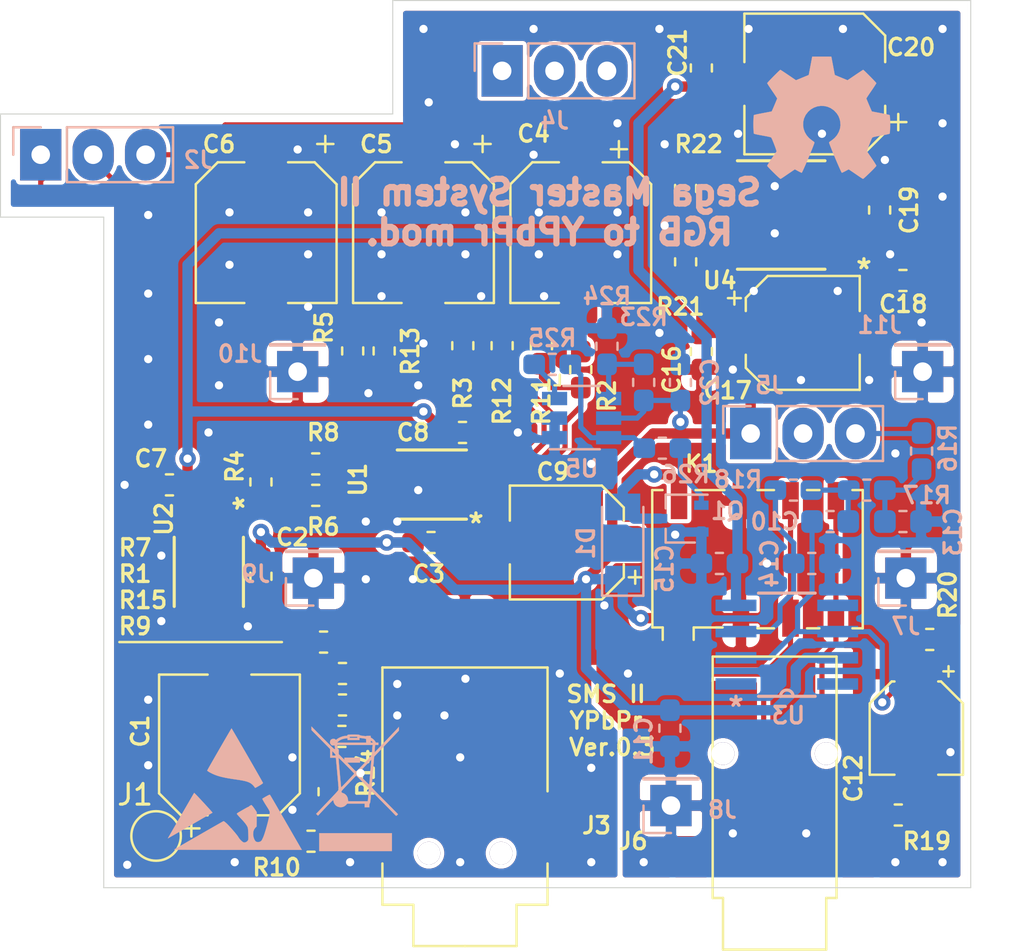
<source format=kicad_pcb>
(kicad_pcb (version 20171130) (host pcbnew "(5.1.9)-1")
  (layers (0 F.Cu signal) (31 B.Cu signal) (34 B.Paste user hide) (35 F.Paste user hide) (36 B.SilkS user hide) (37 F.SilkS user hide) (38 B.Mask user) (39 F.Mask user) (44 Edge.Cuts user))
  (net 0 "")
  (net 1 +5V)
  (net 2 GND)
  (net 3 "Net-(R4-Pad1)")
  (net 4 /Rin)
  (net 5 /Gin)
  (net 6 /Bin)
  (net 7 /Pr)
  (net 8 /Y)
  (net 9 /Pb)
  (net 10 "Net-(C4-Pad2)")
  (net 11 "Net-(C4-Pad1)")
  (net 12 "Net-(C5-Pad1)")
  (net 13 "Net-(C5-Pad2)")
  (net 14 /Audio)
  (net 15 "Net-(C12-Pad2)")
  (net 16 "Net-(C14-Pad1)")
  (net 17 VEE)
  (net 18 "Net-(C1-Pad1)")
  (net 19 "Net-(C1-Pad2)")
  (net 20 "Net-(C6-Pad1)")
  (net 21 "Net-(C6-Pad2)")
  (net 22 "Net-(C10-Pad1)")
  (net 23 "Net-(C10-Pad2)")
  (net 24 "Net-(C13-Pad1)")
  (net 25 "Net-(C19-Pad1)")
  (net 26 "Net-(C19-Pad2)")
  (net 27 "Net-(R4-Pad2)")
  (net 28 "Net-(R6-Pad1)")
  (net 29 "Net-(R7-Pad1)")
  (net 30 "Net-(R8-Pad1)")
  (net 31 "Net-(R9-Pad2)")
  (net 32 "Net-(R10-Pad2)")
  (net 33 "Net-(J6-PadR)")
  (net 34 "Net-(R21-Pad2)")
  (net 35 "Net-(J4-Pad3)")
  (net 36 "Net-(J4-Pad2)")
  (net 37 "Net-(J4-Pad1)")
  (net 38 /Video)
  (net 39 "Net-(U1-Pad6)")
  (net 40 "Net-(U2-Pad6)")
  (net 41 "Net-(U3-Pad8)")
  (net 42 "Net-(U3-Pad5)")
  (net 43 "Net-(U3-Pad1)")
  (net 44 "Net-(K1-Pad4)")
  (net 45 "Net-(D1-Pad2)")
  (net 46 "Net-(Q1-Pad1)")
  (net 47 "Net-(R23-Pad2)")
  (net 48 "Net-(R25-Pad2)")
  (net 49 "Net-(R25-Pad1)")
  (module Symbol:OSHW-Symbol_6.7x6mm_SilkScreen (layer B.Cu) (at 193.294 107.696 180)
    (fp_text reference REF** hide)
    (fp_text value OSHW-Symbol_6.7x6mm_SilkScreen hide)
  )
  (module Symbol:WEEE-Logo_4.2x6mm_SilkScreen (layer B.Cu) (at 170.688 140.208 180)
    (fp_text reference REF** hide)
    (fp_text value WEEE-Logo_4.2x6mm_SilkScreen hide)
  )
  (module Symbol:ESD-Logo_6.6x6mm_SilkScreen (layer B.Cu) (at 164.846 140.208 180)
    (fp_text reference REF** hide)
    (fp_text value ESD-Logo_6.6x6mm_SilkScreen hide)
  )
  (module Resistor_SMD:R_0603_1608Metric_Pad1.05x0.95mm_HandSolder (layer B.Cu) (at 191.911 125.73 180)
    (fp_text reference R18 (at 2.681 0.508) (layer B.SilkS) (effects (font (size 0.8 0.8) (thickness 0.16)) (justify mirror)))
    (fp_text value 16k)
    (pad 2 smd roundrect (at 0.875 0 180) (size 1.05 0.95) (layers B.Cu B.Paste B.Mask) (net 16 "Net-(C14-Pad1)"))
    (pad 1 smd roundrect (at -0.875 0 180) (size 1.05 0.95) (layers B.Cu B.Paste B.Mask) (net 23 "Net-(C10-Pad2)"))
  )
  (module Diode_SMD:D_MiniMELF (layer B.Cu) (at 183.642 128.298 90)
    (fp_text reference D1 (at 0 -1.778 270) (layer B.SilkS) (effects (font (size 0.8 0.8) (thickness 0.16)) (justify mirror)))
    (fp_text value BAQ34)
    (pad 1 smd rect (at -1.75 0 90) (size 1.3 1.7) (layers B.Cu B.Paste B.Mask) (net 1 +5V))
    (pad 2 smd rect (at 1.75 0 90) (size 1.3 1.7) (layers B.Cu B.Paste B.Mask) (net 45 "Net-(D1-Pad2)"))
  )
  (module 3.5mm_Audio_Jack:Jack_3.5mm_3p_SMT_Lumberg (layer F.Cu) (at 191 145.5 90)
    (fp_text reference J6 (at 2.752 -6.85 180) (layer F.SilkS) (effects (font (size 0.8 0.8) (thickness 0.16))))
    (fp_text value AudioJack3)
    (pad S smd rect (at 10.85 4.05 90) (size 1.5 1.5) (layers F.Cu F.Paste F.Mask) (net 2 GND))
    (pad T smd rect (at 2 4.05 90) (size 2 1.5) (layers F.Cu F.Paste F.Mask) (net 33 "Net-(J6-PadR)"))
    (pad R smd rect (at 10.85 -4.05 90) (size 1.5 1.5) (layers F.Cu F.Paste F.Mask) (net 33 "Net-(J6-PadR)"))
    (pad T smd rect (at 2 -4.05 90) (size 2 1.5) (layers F.Cu F.Paste F.Mask) (net 33 "Net-(J6-PadR)"))
    (pad "" thru_hole circle (at 7 2.5 90) (size 1.1 1.1) (drill 1.1) (layers *.Cu *.Mask))
    (pad "" thru_hole circle (at 7 -2.5 90) (size 1.1 1.1) (drill 1.1) (layers *.Cu *.Mask))
  )
  (module Sega:Jack_3.5mm_SMT_Lumberg_13 (layer F.Cu) (at 176 147.828 90)
    (fp_text reference J3 (at 5.842 6.372) (layer F.SilkS) (effects (font (size 0.8 0.8) (thickness 0.16))))
    (fp_text value YPbPrJack4)
    (pad "" thru_hole circle (at 4.5 -1.75 90) (size 1.1 1.1) (drill 1.1) (layers *.Cu *.Mask))
    (pad "" thru_hole circle (at 4.5 1.75 90) (size 1.1 1.1) (drill 1.1) (layers *.Cu *.Mask))
    (pad T smd rect (at 5.7 -4.025 90) (size 2 2.5) (layers F.Cu F.Paste F.Mask) (net 9 /Pb))
    (pad T smd rect (at 5.7 4.025 90) (size 2 2.55) (layers F.Cu F.Paste F.Mask) (net 9 /Pb))
    (pad R1 smd rect (at 15.2 3.5 90) (size 2 2.55) (layers F.Cu F.Paste F.Mask) (net 7 /Pr))
    (pad R2 smd rect (at 15.2 -3.5 90) (size 2 2.55) (layers F.Cu F.Paste F.Mask) (net 8 /Y))
    (pad S smd rect (at 15.2 0 90) (size 2.6 2) (layers F.Cu F.Paste F.Mask) (net 2 GND))
  )
  (module Resistor_SMD:R_0603_1608Metric_Pad1.05x0.95mm_HandSolder (layer F.Cu) (at 196.991 141.478 180)
    (fp_text reference R19 (at -1.383 -1.27 180) (layer F.SilkS) (effects (font (size 0.8 0.8) (thickness 0.16))))
    (fp_text value 604)
    (pad 1 smd roundrect (at -0.875 0 180) (size 1.05 0.95) (layers F.Cu F.Paste F.Mask) (net 15 "Net-(C12-Pad2)"))
    (pad 2 smd roundrect (at 0.875 0 180) (size 1.05 0.95) (layers F.Cu F.Paste F.Mask) (net 44 "Net-(K1-Pad4)"))
  )
  (module Capacitor_SMD:CP_Elec_6.3x7.7 (layer F.Cu) (at 166.37 113.251 270)
    (fp_text reference C6 (at -4.285 2.286 180) (layer F.SilkS) (effects (font (size 0.8 0.8) (thickness 0.16))))
    (fp_text value 470u)
    (pad 2 smd roundrect (at 2.7 0 270) (size 3.5 1.6) (layers F.Cu F.Paste F.Mask) (roundrect_rratio 0.15625) (net 21 "Net-(C6-Pad2)"))
    (pad 1 smd roundrect (at -2.7 0 270) (size 3.5 1.6) (layers F.Cu F.Paste F.Mask) (roundrect_rratio 0.15625) (net 20 "Net-(C6-Pad1)"))
  )
  (module Capacitor_SMD:CP_Elec_6.3x7.7 (layer F.Cu) (at 173.99 113.251 270)
    (fp_text reference C5 (at -4.285 2.286 180) (layer F.SilkS) (effects (font (size 0.8 0.8) (thickness 0.16))))
    (fp_text value 470u)
    (pad 2 smd roundrect (at 2.7 0 270) (size 3.5 1.6) (layers F.Cu F.Paste F.Mask) (roundrect_rratio 0.15625) (net 13 "Net-(C5-Pad2)"))
    (pad 1 smd roundrect (at -2.7 0 270) (size 3.5 1.6) (layers F.Cu F.Paste F.Mask) (roundrect_rratio 0.15625) (net 12 "Net-(C5-Pad1)"))
  )
  (module LT6550IMS:MSOP-10_MS (layer F.Cu) (at 174.3964 125.46076 180)
    (fp_text reference U1 (at 3.5814 0.23876 270) (layer F.SilkS) (effects (font (size 0.8 0.8) (thickness 0.16))))
    (fp_text value LT6550IMS)
    (fp_text user * (at -2.1336 -1.92024 180) (layer F.SilkS) (effects (font (thickness 0.16))))
    (pad 1 smd rect (at -2.1844 -1.00076 180) (size 1.397 0.2794) (layers F.Cu F.Paste F.Mask) (net 4 /Rin))
    (pad 2 smd rect (at -2.1844 -0.500381 180) (size 1.397 0.2794) (layers F.Cu F.Paste F.Mask) (net 5 /Gin))
    (pad 3 smd rect (at -2.1844 0 180) (size 1.397 0.2794) (layers F.Cu F.Paste F.Mask) (net 6 /Bin))
    (pad 4 smd rect (at -2.1844 0.500381 180) (size 1.397 0.2794) (layers F.Cu F.Paste F.Mask) (net 2 GND))
    (pad 5 smd rect (at -2.1844 1.00076 180) (size 1.397 0.2794) (layers F.Cu F.Paste F.Mask) (net 17 VEE))
    (pad 6 smd rect (at 2.1844 1.00076 180) (size 1.397 0.2794) (layers F.Cu F.Paste F.Mask) (net 39 "Net-(U1-Pad6)"))
    (pad 7 smd rect (at 2.1844 0.500381 180) (size 1.397 0.2794) (layers F.Cu F.Paste F.Mask) (net 30 "Net-(R8-Pad1)"))
    (pad 8 smd rect (at 2.1844 0 180) (size 1.397 0.2794) (layers F.Cu F.Paste F.Mask) (net 28 "Net-(R6-Pad1)"))
    (pad 9 smd rect (at 2.1844 -0.500381 180) (size 1.397 0.2794) (layers F.Cu F.Paste F.Mask) (net 3 "Net-(R4-Pad1)"))
    (pad 10 smd rect (at 2.1844 -1.00076 180) (size 1.397 0.2794) (layers F.Cu F.Paste F.Mask) (net 1 +5V))
  )
  (module LT6550IMS:MSOP-10_MS (layer F.Cu) (at 163.59124 129.6924 270)
    (fp_text reference U2 (at -2.5654 2.17424 90) (layer F.SilkS) (effects (font (size 0.8 0.8) (thickness 0.16))))
    (fp_text value LT6550IMS)
    (fp_text user * (at -3.3274 -1.76276 270) (layer F.SilkS) (effects (font (thickness 0.16))))
    (pad 10 smd rect (at 2.1844 -1.00076 270) (size 1.397 0.2794) (layers F.Cu F.Paste F.Mask) (net 1 +5V))
    (pad 9 smd rect (at 2.1844 -0.500381 270) (size 1.397 0.2794) (layers F.Cu F.Paste F.Mask) (net 29 "Net-(R7-Pad1)"))
    (pad 8 smd rect (at 2.1844 0 270) (size 1.397 0.2794) (layers F.Cu F.Paste F.Mask) (net 31 "Net-(R9-Pad2)"))
    (pad 7 smd rect (at 2.1844 0.500381 270) (size 1.397 0.2794) (layers F.Cu F.Paste F.Mask) (net 32 "Net-(R10-Pad2)"))
    (pad 6 smd rect (at 2.1844 1.00076 270) (size 1.397 0.2794) (layers F.Cu F.Paste F.Mask) (net 40 "Net-(U2-Pad6)"))
    (pad 5 smd rect (at -2.1844 1.00076 270) (size 1.397 0.2794) (layers F.Cu F.Paste F.Mask) (net 17 VEE))
    (pad 4 smd rect (at -2.1844 0.500381 270) (size 1.397 0.2794) (layers F.Cu F.Paste F.Mask) (net 29 "Net-(R7-Pad1)"))
    (pad 3 smd rect (at -2.1844 0 270) (size 1.397 0.2794) (layers F.Cu F.Paste F.Mask) (net 6 /Bin))
    (pad 2 smd rect (at -2.1844 -0.500381 270) (size 1.397 0.2794) (layers F.Cu F.Paste F.Mask) (net 4 /Rin))
    (pad 1 smd rect (at -2.1844 -1.00076 270) (size 1.397 0.2794) (layers F.Cu F.Paste F.Mask) (net 27 "Net-(R4-Pad2)"))
  )
  (module SMSII_Component:TL971ID (layer B.Cu) (at 191.5922 133.223)
    (fp_text reference U3 (at 0.0762 3.429) (layer B.SilkS) (effects (font (size 0.8 0.8) (thickness 0.16)) (justify mirror)))
    (fp_text value LMH6609)
    (fp_text user * (at -2.4638 3.048) (layer B.SilkS) (effects (font (thickness 0.16)) (justify mirror)))
    (pad 1 smd rect (at -2.4638 1.905) (size 1.9812 0.5588) (layers B.Cu B.Paste B.Mask) (net 43 "Net-(U3-Pad1)"))
    (pad 2 smd rect (at -2.4638 0.635) (size 1.9812 0.5588) (layers B.Cu B.Paste B.Mask) (net 22 "Net-(C10-Pad1)"))
    (pad 3 smd rect (at -2.4638 -0.635) (size 1.9812 0.5588) (layers B.Cu B.Paste B.Mask) (net 16 "Net-(C14-Pad1)"))
    (pad 4 smd rect (at -2.4638 -1.905) (size 1.9812 0.5588) (layers B.Cu B.Paste B.Mask) (net 17 VEE))
    (pad 5 smd rect (at 2.4638 -1.905) (size 1.9812 0.5588) (layers B.Cu B.Paste B.Mask) (net 42 "Net-(U3-Pad5)"))
    (pad 6 smd rect (at 2.4638 -0.635) (size 1.9812 0.5588) (layers B.Cu B.Paste B.Mask) (net 22 "Net-(C10-Pad1)"))
    (pad 7 smd rect (at 2.4638 0.635) (size 1.9812 0.5588) (layers B.Cu B.Paste B.Mask) (net 1 +5V))
    (pad 8 smd rect (at 2.4638 1.905) (size 1.9812 0.5588) (layers B.Cu B.Paste B.Mask) (net 41 "Net-(U3-Pad8)"))
  )
  (module Capacitor_SMD:C_0603_1608Metric_Pad1.05x0.95mm_HandSolder (layer B.Cu) (at 193.689 127.254)
    (fp_text reference C10 (at -2.681 0) (layer B.SilkS) (effects (font (size 0.8 0.8) (thickness 0.16)) (justify mirror)))
    (fp_text value 680p)
    (pad 1 smd roundrect (at -0.875 0) (size 1.05 1.1) (layers B.Cu B.Paste B.Mask) (net 22 "Net-(C10-Pad1)"))
    (pad 2 smd roundrect (at 0.875 0) (size 1.05 1.1) (layers B.Cu B.Paste B.Mask) (net 23 "Net-(C10-Pad2)"))
  )
  (module Capacitor_SMD:C_0603_1608Metric_Pad1.05x0.95mm_HandSolder (layer F.Cu) (at 197.217 115.57 180)
    (fp_text reference C18 (at -0.014 -1.143) (layer F.SilkS) (effects (font (size 0.8 0.8) (thickness 0.16))))
    (fp_text value 100n)
    (pad 1 smd roundrect (at -0.875 0 180) (size 1.05 0.95) (layers F.Cu F.Paste F.Mask) (net 2 GND))
    (pad 2 smd roundrect (at 0.875 0 180) (size 1.05 0.95) (layers F.Cu F.Paste F.Mask) (net 1 +5V))
  )
  (module Capacitor_SMD:C_0603_1608Metric_Pad1.05x0.95mm_HandSolder (layer B.Cu) (at 197.217 127.254)
    (fp_text reference C13 (at 2.427 0.508 90) (layer B.SilkS) (effects (font (size 0.8 0.8) (thickness 0.16)) (justify mirror)))
    (fp_text value 820p)
    (pad 1 smd roundrect (at -0.875 0) (size 1.05 1.1) (layers B.Cu B.Paste B.Mask) (net 24 "Net-(C13-Pad1)"))
    (pad 2 smd roundrect (at 0.875 0) (size 1.05 1.1) (layers B.Cu B.Paste B.Mask) (net 2 GND))
  )
  (module Capacitor_SMD:C_0603_1608Metric_Pad1.05x0.95mm_HandSolder (layer F.Cu) (at 161.685 125.476)
    (fp_text reference C7 (at -0.903 -1.27) (layer F.SilkS) (effects (font (size 0.8 0.8) (thickness 0.16))))
    (fp_text value 100n)
    (pad 1 smd roundrect (at -0.875 0) (size 1.05 0.95) (layers F.Cu F.Paste F.Mask) (net 2 GND))
    (pad 2 smd roundrect (at 0.875 0) (size 1.05 0.95) (layers F.Cu F.Paste F.Mask) (net 17 VEE))
  )
  (module SMSII_Component:MAX1673ESA&plus_ (layer F.Cu) (at 191.31915 112.395 180)
    (fp_text reference U4 (at 2.97815 -3.175) (layer F.SilkS) (effects (font (size 0.8 0.8) (thickness 0.16))))
    (fp_text value MAX1673ESA+)
    (fp_text user * (at -4.00685 -2.667) (layer F.SilkS) (effects (font (thickness 0.16))))
    (pad 8 smd rect (at 2.72415 -1.905 180) (size 1.4605 0.5334) (layers F.Cu F.Paste F.Mask) (net 1 +5V))
    (pad 7 smd rect (at 2.72415 -0.635 180) (size 1.4605 0.5334) (layers F.Cu F.Paste F.Mask) (net 2 GND))
    (pad 6 smd rect (at 2.72415 0.635 180) (size 1.4605 0.5334) (layers F.Cu F.Paste F.Mask) (net 34 "Net-(R21-Pad2)"))
    (pad 5 smd rect (at 2.72415 1.905 180) (size 1.4605 0.5334) (layers F.Cu F.Paste F.Mask) (net 17 VEE))
    (pad 4 smd rect (at -2.72415 1.905 180) (size 1.4605 0.5334) (layers F.Cu F.Paste F.Mask) (net 1 +5V))
    (pad 3 smd rect (at -2.72415 0.635 180) (size 1.4605 0.5334) (layers F.Cu F.Paste F.Mask) (net 25 "Net-(C19-Pad1)"))
    (pad 2 smd rect (at -2.72415 -0.635 180) (size 1.4605 0.5334) (layers F.Cu F.Paste F.Mask) (net 26 "Net-(C19-Pad2)"))
    (pad 1 smd rect (at -2.72415 -1.905 180) (size 1.4605 0.5334) (layers F.Cu F.Paste F.Mask) (net 1 +5V))
  )
  (module Resistor_SMD:R_0603_1608Metric_Pad1.05x0.95mm_HandSolder (layer F.Cu) (at 172.085 118.985 90)
    (fp_text reference R13 (at -0.014 1.27 90) (layer F.SilkS) (effects (font (size 0.8 0.8) (thickness 0.16))))
    (fp_text value 75)
    (pad 1 smd roundrect (at -0.875 0 90) (size 1.05 0.95) (layers F.Cu F.Paste F.Mask) (net 6 /Bin))
    (pad 2 smd roundrect (at 0.875 0 90) (size 1.05 0.95) (layers F.Cu F.Paste F.Mask) (net 2 GND))
  )
  (module Capacitor_SMD:C_0603_1608Metric_Pad1.05x0.95mm_HandSolder (layer F.Cu) (at 175.881 122.936 180)
    (fp_text reference C8 (at 2.399 0) (layer F.SilkS) (effects (font (size 0.8 0.8) (thickness 0.16))))
    (fp_text value 100n)
    (pad 2 smd roundrect (at 0.875 0 180) (size 1.05 0.95) (layers F.Cu F.Paste F.Mask) (net 17 VEE))
    (pad 1 smd roundrect (at -0.875 0 180) (size 1.05 0.95) (layers F.Cu F.Paste F.Mask) (net 2 GND))
  )
  (module Resistor_SMD:R_0603_1608Metric_Pad1.05x0.95mm_HandSolder (layer F.Cu) (at 170.067 136.144)
    (fp_text reference R15 (at -9.666 -5.08) (layer F.SilkS) (effects (font (size 0.8 0.8) (thickness 0.16))))
    (fp_text value 261)
    (pad 1 smd roundrect (at -0.875 0) (size 1.05 0.95) (layers F.Cu F.Paste F.Mask) (net 7 /Pr))
    (pad 2 smd roundrect (at 0.875 0) (size 1.05 0.95) (layers F.Cu F.Paste F.Mask) (net 2 GND))
  )
  (module Resistor_SMD:R_0603_1608Metric_Pad1.05x0.95mm_HandSolder (layer F.Cu) (at 166.116 125.335 90)
    (fp_text reference R4 (at 0.748 -1.27 270) (layer F.SilkS) (effects (font (size 0.8 0.8) (thickness 0.16))))
    (fp_text value 1070)
    (pad 2 smd roundrect (at 0.875 0 90) (size 1.05 0.95) (layers F.Cu F.Paste F.Mask) (net 27 "Net-(R4-Pad2)"))
    (pad 1 smd roundrect (at -0.875 0 90) (size 1.05 0.95) (layers F.Cu F.Paste F.Mask) (net 3 "Net-(R4-Pad1)"))
  )
  (module Resistor_SMD:R_0603_1608Metric_Pad1.05x0.95mm_HandSolder (layer F.Cu) (at 168.769 124.46 180)
    (fp_text reference R8 (at -0.367 1.524) (layer F.SilkS) (effects (font (size 0.8 0.8) (thickness 0.16))))
    (fp_text value 2940)
    (pad 2 smd roundrect (at 0.875 0 180) (size 1.05 0.95) (layers F.Cu F.Paste F.Mask) (net 27 "Net-(R4-Pad2)"))
    (pad 1 smd roundrect (at -0.875 0 180) (size 1.05 0.95) (layers F.Cu F.Paste F.Mask) (net 30 "Net-(R8-Pad1)"))
  )
  (module Resistor_SMD:R_0603_1608Metric_Pad1.05x0.95mm_HandSolder (layer F.Cu) (at 168.769 125.984 180)
    (fp_text reference R6 (at -0.367 -1.524) (layer F.SilkS) (effects (font (size 0.8 0.8) (thickness 0.16))))
    (fp_text value 549)
    (pad 1 smd roundrect (at -0.875 0 180) (size 1.05 0.95) (layers F.Cu F.Paste F.Mask) (net 28 "Net-(R6-Pad1)"))
    (pad 2 smd roundrect (at 0.875 0 180) (size 1.05 0.95) (layers F.Cu F.Paste F.Mask) (net 27 "Net-(R4-Pad2)"))
  )
  (module Resistor_SMD:R_0603_1608Metric_Pad1.05x0.95mm_HandSolder (layer F.Cu) (at 170.039 137.668 180)
    (fp_text reference R9 (at 10.019 5.334) (layer F.SilkS) (effects (font (size 0.8 0.8) (thickness 0.16))))
    (fp_text value 105)
    (pad 2 smd roundrect (at 0.875 0 180) (size 1.05 0.95) (layers F.Cu F.Paste F.Mask) (net 31 "Net-(R9-Pad2)"))
    (pad 1 smd roundrect (at -0.875 0 180) (size 1.05 0.95) (layers F.Cu F.Paste F.Mask) (net 7 /Pr))
  )
  (module Capacitor_SMD:C_0603_1608Metric_Pad1.05x0.95mm_HandSolder (layer F.Cu) (at 174.357 128.27 180)
    (fp_text reference C3 (at 0.113 -1.524) (layer F.SilkS) (effects (font (size 0.8 0.8) (thickness 0.16))))
    (fp_text value 100n)
    (pad 1 smd roundrect (at -0.875 0 180) (size 1.05 0.95) (layers F.Cu F.Paste F.Mask) (net 2 GND))
    (pad 2 smd roundrect (at 0.875 0 180) (size 1.05 0.95) (layers F.Cu F.Paste F.Mask) (net 1 +5V))
  )
  (module Capacitor_SMD:C_0603_1608Metric_Pad1.05x0.95mm_HandSolder (layer F.Cu) (at 166.116 129.907 90)
    (fp_text reference C2 (at 1.891 1.524 180) (layer F.SilkS) (effects (font (size 0.8 0.8) (thickness 0.16))))
    (fp_text value 100n)
    (pad 1 smd roundrect (at -0.875 0 90) (size 1.05 0.95) (layers F.Cu F.Paste F.Mask) (net 2 GND))
    (pad 2 smd roundrect (at 0.875 0 90) (size 1.05 0.95) (layers F.Cu F.Paste F.Mask) (net 1 +5V))
  )
  (module Resistor_SMD:R_0603_1608Metric_Pad1.05x0.95mm_HandSolder (layer F.Cu) (at 169.15 133.096)
    (fp_text reference R7 (at -9.13 -4.572) (layer F.SilkS) (effects (font (size 0.8 0.8) (thickness 0.16))))
    (fp_text value 75)
    (pad 2 smd roundrect (at 0.875 0) (size 1.05 0.95) (layers F.Cu F.Paste F.Mask) (net 8 /Y))
    (pad 1 smd roundrect (at -0.875 0) (size 1.05 0.95) (layers F.Cu F.Paste F.Mask) (net 29 "Net-(R7-Pad1)"))
  )
  (module Resistor_SMD:R_0603_1608Metric_Pad1.05x0.95mm_HandSolder (layer F.Cu) (at 168.543 142.748 180)
    (fp_text reference R10 (at 1.665 -1.27) (layer F.SilkS) (effects (font (size 0.8 0.8) (thickness 0.16))))
    (fp_text value 133)
    (pad 1 smd roundrect (at -0.875 0 180) (size 1.05 0.95) (layers F.Cu F.Paste F.Mask) (net 9 /Pb))
    (pad 2 smd roundrect (at 0.875 0 180) (size 1.05 0.95) (layers F.Cu F.Paste F.Mask) (net 32 "Net-(R10-Pad2)"))
  )
  (module Resistor_SMD:R_0603_1608Metric_Pad1.05x0.95mm_HandSolder (layer F.Cu) (at 169.418 140.349 90)
    (fp_text reference R14 (at 0.903 1.778 90) (layer F.SilkS) (effects (font (size 0.8 0.8) (thickness 0.16))))
    (fp_text value 174)
    (pad 1 smd roundrect (at -0.875 0 90) (size 1.05 0.95) (layers F.Cu F.Paste F.Mask) (net 9 /Pb))
    (pad 2 smd roundrect (at 0.875 0 90) (size 1.05 0.95) (layers F.Cu F.Paste F.Mask) (net 2 GND))
  )
  (module Resistor_SMD:R_0603_1608Metric_Pad1.05x0.95mm_HandSolder (layer F.Cu) (at 179.705 118.731 90)
    (fp_text reference R11 (at -2.681 0 90) (layer F.SilkS) (effects (font (size 0.8 0.8) (thickness 0.16))))
    (fp_text value 75)
    (pad 1 smd roundrect (at -0.875 0 90) (size 1.05 0.95) (layers F.Cu F.Paste F.Mask) (net 4 /Rin))
    (pad 2 smd roundrect (at 0.875 0 90) (size 1.05 0.95) (layers F.Cu F.Paste F.Mask) (net 2 GND))
  )
  (module Resistor_SMD:R_0603_1608Metric_Pad1.05x0.95mm_HandSolder (layer F.Cu) (at 177.8 118.731 90)
    (fp_text reference R12 (at -2.681 0 270) (layer F.SilkS) (effects (font (size 0.8 0.8) (thickness 0.16))))
    (fp_text value 75)
    (pad 2 smd roundrect (at 0.875 0 90) (size 1.05 0.95) (layers F.Cu F.Paste F.Mask) (net 2 GND))
    (pad 1 smd roundrect (at -0.875 0 90) (size 1.05 0.95) (layers F.Cu F.Paste F.Mask) (net 5 /Gin))
  )
  (module Capacitor_SMD:CP_Elec_6.3x7.7 (layer F.Cu) (at 181.61 113.251 270)
    (fp_text reference C4 (at -4.793 2.286 180) (layer F.SilkS) (effects (font (size 0.8 0.8) (thickness 0.16))))
    (fp_text value 470u)
    (pad 1 smd roundrect (at -2.7 0 270) (size 3.5 1.6) (layers F.Cu F.Paste F.Mask) (roundrect_rratio 0.15625) (net 11 "Net-(C4-Pad1)"))
    (pad 2 smd roundrect (at 2.7 0 270) (size 3.5 1.6) (layers F.Cu F.Paste F.Mask) (roundrect_rratio 0.15625) (net 10 "Net-(C4-Pad2)"))
  )
  (module Resistor_SMD:R_0603_1608Metric_Pad1.05x0.95mm_HandSolder (layer F.Cu) (at 181.61 119.888 90)
    (fp_text reference R2 (at -1.27 1.27 90) (layer F.SilkS) (effects (font (size 0.8 0.8) (thickness 0.16))))
    (fp_text value 75)
    (pad 1 smd roundrect (at -0.875 0 90) (size 1.05 0.95) (layers F.Cu F.Paste F.Mask) (net 4 /Rin))
    (pad 2 smd roundrect (at 0.875 0 90) (size 1.05 0.95) (layers F.Cu F.Paste F.Mask) (net 10 "Net-(C4-Pad2)"))
  )
  (module Resistor_SMD:R_0603_1608Metric_Pad1.05x0.95mm_HandSolder (layer F.Cu) (at 175.895 118.731 90)
    (fp_text reference R3 (at -2.3 0 270) (layer F.SilkS) (effects (font (size 0.8 0.8) (thickness 0.16))))
    (fp_text value 75)
    (pad 2 smd roundrect (at 0.875 0 90) (size 1.05 0.95) (layers F.Cu F.Paste F.Mask) (net 13 "Net-(C5-Pad2)"))
    (pad 1 smd roundrect (at -0.875 0 90) (size 1.05 0.95) (layers F.Cu F.Paste F.Mask) (net 5 /Gin))
  )
  (module Resistor_SMD:R_0603_1608Metric_Pad1.05x0.95mm_HandSolder (layer F.Cu) (at 170.561 118.985 90)
    (fp_text reference R5 (at 1.129 -1.397 90) (layer F.SilkS) (effects (font (size 0.8 0.8) (thickness 0.16))))
    (fp_text value 75)
    (pad 1 smd roundrect (at -0.875 0 90) (size 1.05 0.95) (layers F.Cu F.Paste F.Mask) (net 6 /Bin))
    (pad 2 smd roundrect (at 0.875 0 90) (size 1.05 0.95) (layers F.Cu F.Paste F.Mask) (net 21 "Net-(C6-Pad2)"))
  )
  (module Resistor_SMD:R_0603_1608Metric_Pad1.05x0.95mm_HandSolder (layer F.Cu) (at 186.69 114.667 90)
    (fp_text reference R21 (at -2.173 -0.254 180) (layer F.SilkS) (effects (font (size 0.8 0.8) (thickness 0.16))))
    (fp_text value 100k)
    (pad 1 smd roundrect (at -0.875 0 90) (size 1.05 0.95) (layers F.Cu F.Paste F.Mask) (net 1 +5V))
    (pad 2 smd roundrect (at 0.875 0 90) (size 1.05 0.95) (layers F.Cu F.Paste F.Mask) (net 34 "Net-(R21-Pad2)"))
  )
  (module Resistor_SMD:R_0603_1608Metric_Pad1.05x0.95mm_HandSolder (layer F.Cu) (at 186.69 111.111 90)
    (fp_text reference R22 (at 2.145 0.635 180) (layer F.SilkS) (effects (font (size 0.8 0.8) (thickness 0.16))))
    (fp_text value 82k)
    (pad 2 smd roundrect (at 0.875 0 90) (size 1.05 0.95) (layers F.Cu F.Paste F.Mask) (net 17 VEE))
    (pad 1 smd roundrect (at -0.875 0 90) (size 1.05 0.95) (layers F.Cu F.Paste F.Mask) (net 34 "Net-(R21-Pad2)"))
  )
  (module Capacitor_SMD:CP_Elec_6.3x7.7 (layer F.Cu) (at 164.592 138.082 90)
    (fp_text reference C1 (at 0.668 -4.318 90) (layer F.SilkS) (effects (font (size 0.8 0.8) (thickness 0.16))))
    (fp_text value 470u)
    (pad 1 smd roundrect (at -2.7 0 90) (size 3.5 1.6) (layers F.Cu F.Paste F.Mask) (roundrect_rratio 0.15625) (net 18 "Net-(C1-Pad1)"))
    (pad 2 smd roundrect (at 2.7 0 90) (size 3.5 1.6) (layers F.Cu F.Paste F.Mask) (roundrect_rratio 0.15625) (net 19 "Net-(C1-Pad2)"))
  )
  (module Resistor_SMD:R_0603_1608Metric_Pad1.05x0.95mm_HandSolder (layer F.Cu) (at 170.067 134.62 180)
    (fp_text reference R1 (at 10.047 4.826) (layer F.SilkS) (effects (font (size 0.8 0.8) (thickness 0.16))))
    (fp_text value 75)
    (pad 1 smd roundrect (at -0.875 0 180) (size 1.05 0.95) (layers F.Cu F.Paste F.Mask) (net 8 /Y))
    (pad 2 smd roundrect (at 0.875 0 180) (size 1.05 0.95) (layers F.Cu F.Paste F.Mask) (net 19 "Net-(C1-Pad2)"))
  )
  (module Capacitor_SMD:C_0603_1608Metric_Pad1.05x0.95mm_HandSolder (layer B.Cu) (at 185.928 137.273 270)
    (fp_text reference C11 (at 0.621 1.27 90) (layer B.SilkS) (effects (font (size 0.8 0.8) (thickness 0.16)) (justify mirror)))
    (fp_text value 100n)
    (pad 1 smd roundrect (at -0.875 0 270) (size 1.05 0.95) (layers B.Cu B.Paste B.Mask) (net 1 +5V))
    (pad 2 smd roundrect (at 0.875 0 270) (size 1.05 0.95) (layers B.Cu B.Paste B.Mask) (net 2 GND))
  )
  (module Capacitor_SMD:C_0603_1608Metric_Pad1.05x0.95mm_HandSolder (layer B.Cu) (at 192.8 129.286)
    (fp_text reference C14 (at -2.046 0 270) (layer B.SilkS) (effects (font (size 0.8 0.8) (thickness 0.16)) (justify mirror)))
    (fp_text value 82p)
    (pad 2 smd roundrect (at 0.875 0) (size 1.05 0.95) (layers B.Cu B.Paste B.Mask) (net 2 GND))
    (pad 1 smd roundrect (at -0.875 0) (size 1.05 0.95) (layers B.Cu B.Paste B.Mask) (net 16 "Net-(C14-Pad1)"))
  )
  (module Capacitor_SMD:C_0603_1608Metric_Pad1.05x0.95mm_HandSolder (layer B.Cu) (at 188.327 129.286 180)
    (fp_text reference C15 (at 2.653 -0.254 90) (layer B.SilkS) (effects (font (size 0.8 0.8) (thickness 0.16)) (justify mirror)))
    (fp_text value 100n)
    (pad 2 smd roundrect (at 0.875 0 180) (size 1.05 0.95) (layers B.Cu B.Paste B.Mask) (net 2 GND))
    (pad 1 smd roundrect (at -0.875 0 180) (size 1.05 0.95) (layers B.Cu B.Paste B.Mask) (net 17 VEE))
  )
  (module Resistor_SMD:R_0603_1608Metric_Pad1.05x0.95mm_HandSolder (layer B.Cu) (at 198.12 123.839 270)
    (fp_text reference R16 (at -0.141 -1.27 90) (layer B.SilkS) (effects (font (size 0.8 0.8) (thickness 0.16)) (justify mirror)))
    (fp_text value 10k)
    (pad 1 smd roundrect (at -0.875 0 270) (size 1.05 0.95) (layers B.Cu B.Paste B.Mask) (net 14 /Audio))
    (pad 2 smd roundrect (at 0.875 0 270) (size 1.05 0.95) (layers B.Cu B.Paste B.Mask) (net 24 "Net-(C13-Pad1)"))
  )
  (module Resistor_SMD:R_0603_1608Metric_Pad1.05x0.95mm_HandSolder (layer B.Cu) (at 195.467 125.73 180)
    (fp_text reference R17 (at -2.907 -0.254 180) (layer B.SilkS) (effects (font (size 0.8 0.8) (thickness 0.16)) (justify mirror)))
    (fp_text value 68k)
    (pad 1 smd roundrect (at -0.875 0 180) (size 1.05 0.95) (layers B.Cu B.Paste B.Mask) (net 24 "Net-(C13-Pad1)"))
    (pad 2 smd roundrect (at 0.875 0 180) (size 1.05 0.95) (layers B.Cu B.Paste B.Mask) (net 23 "Net-(C10-Pad2)"))
  )
  (module Capacitor_SMD:C_0603_1608Metric_Pad1.05x0.95mm_HandSolder (layer F.Cu) (at 187.452 119.013 90)
    (fp_text reference C16 (at -0.875 -1.43 90) (layer F.SilkS) (effects (font (size 0.8 0.8) (thickness 0.16))))
    (fp_text value 100n)
    (pad 2 smd roundrect (at 0.875 0 90) (size 1.05 0.95) (layers F.Cu F.Paste F.Mask) (net 1 +5V))
    (pad 1 smd roundrect (at -0.875 0 90) (size 1.05 0.95) (layers F.Cu F.Paste F.Mask) (net 2 GND))
  )
  (module Capacitor_SMD:CP_Elec_4x5.8 (layer F.Cu) (at 197.866 137.265 270)
    (fp_text reference C12 (at 2.435 3.048 270) (layer F.SilkS) (effects (font (size 0.8 0.8) (thickness 0.16))))
    (fp_text value 10u)
    (pad 1 smd roundrect (at -1.8 0 270) (size 2.6 1.6) (layers F.Cu F.Paste F.Mask) (roundrect_rratio 0.15625) (net 22 "Net-(C10-Pad1)"))
    (pad 2 smd roundrect (at 1.8 0 270) (size 2.6 1.6) (layers F.Cu F.Paste F.Mask) (roundrect_rratio 0.15625) (net 15 "Net-(C12-Pad2)"))
  )
  (module Capacitor_SMD:C_0603_1608Metric_Pad1.05x0.95mm_HandSolder (layer F.Cu) (at 187.452 105.269 90)
    (fp_text reference C21 (at 0.748 -1.143 90) (layer F.SilkS) (effects (font (size 0.8 0.8) (thickness 0.16))))
    (fp_text value 100n)
    (pad 1 smd roundrect (at -0.875 0 90) (size 1.05 0.95) (layers F.Cu F.Paste F.Mask) (net 17 VEE))
    (pad 2 smd roundrect (at 0.875 0 90) (size 1.05 0.95) (layers F.Cu F.Paste F.Mask) (net 2 GND))
  )
  (module Connector_PinHeader_2.54mm:PinHeader_1x03_P2.54mm_Vertical (layer B.Cu) (at 177.8 105.41 270)
    (fp_text reference J4 (at 2.413 -2.54) (layer B.SilkS) (effects (font (size 0.8 0.8) (thickness 0.16)) (justify mirror)))
    (fp_text value Conn_4)
    (pad 3 thru_hole oval (at 0 -5.08 270) (size 2.5 2) (drill 0.9) (layers *.Cu *.Mask) (net 35 "Net-(J4-Pad3)"))
    (pad 2 thru_hole oval (at 0 -2.54 270) (size 2.5 2) (drill 0.9) (layers *.Cu *.Mask) (net 36 "Net-(J4-Pad2)"))
    (pad 1 thru_hole rect (at 0 0 270) (size 2.5 2) (drill 0.9) (layers *.Cu *.Mask) (net 37 "Net-(J4-Pad1)"))
  )
  (module Connector_PinHeader_2.54mm:PinHeader_1x03_P2.54mm_Vertical (layer B.Cu) (at 155.448 109.474 270)
    (fp_text reference J2 (at 0.254 -7.62) (layer B.SilkS) (effects (font (size 0.8 0.8) (thickness 0.16)) (justify mirror)))
    (fp_text value RGB_in)
    (pad 1 thru_hole rect (at 0 0 270) (size 2.5 2) (drill 0.9) (layers *.Cu *.Mask) (net 20 "Net-(C6-Pad1)"))
    (pad 2 thru_hole oval (at 0 -2.54 270) (size 2.5 2) (drill 0.9) (layers *.Cu *.Mask) (net 12 "Net-(C5-Pad1)"))
    (pad 3 thru_hole oval (at 0 -5.08 270) (size 2.5 2) (drill 0.9) (layers *.Cu *.Mask) (net 11 "Net-(C4-Pad1)"))
  )
  (module Connector_PinHeader_2.54mm:PinHeader_1x03_P2.54mm_Vertical (layer B.Cu) (at 189.8396 122.9868 270)
    (fp_text reference J5 (at -2.3368 -0.9144 180) (layer B.SilkS) (effects (font (size 0.8 0.8) (thickness 0.16)) (justify mirror)))
    (fp_text value Conn_5)
    (pad 3 thru_hole oval (at 0 -5.08 270) (size 2.5 2) (drill 0.9) (layers *.Cu *.Mask) (net 14 /Audio))
    (pad 2 thru_hole oval (at 0 -2.54 270) (size 2.5 2) (drill 0.9) (layers *.Cu *.Mask) (net 38 /Video))
    (pad 1 thru_hole rect (at 0 0 270) (size 2.5 2) (drill 0.9) (layers *.Cu *.Mask) (net 1 +5V))
  )
  (module Connector_PinHeader_2.54mm:PinHeader_1x01_P2.54mm_Vertical (layer B.Cu) (at 185.9788 141.0208)
    (fp_text reference J8 (at 2.4892 0.2032) (layer B.SilkS) (effects (font (size 0.8 0.8) (thickness 0.16)) (justify mirror)))
    (fp_text value GND)
    (pad 1 thru_hole rect (at 0 0) (size 2 2) (drill 0.9) (layers *.Cu *.Mask) (net 2 GND))
  )
  (module Connector_PinHeader_2.54mm:PinHeader_1x01_P2.54mm_Vertical (layer B.Cu) (at 197.358 129.9972)
    (fp_text reference J7 (at 0 2.33) (layer B.SilkS) (effects (font (size 0.8 0.8) (thickness 0.16)) (justify mirror)))
    (fp_text value GND)
    (pad 1 thru_hole rect (at 0 0) (size 2 2) (drill 0.9) (layers *.Cu *.Mask) (net 2 GND))
  )
  (module Connector_PinHeader_2.54mm:PinHeader_1x01_P2.54mm_Vertical (layer B.Cu) (at 168.656 129.9972)
    (fp_text reference J9 (at -2.794 -0.2032) (layer B.SilkS) (effects (font (size 0.8 0.8) (thickness 0.16)) (justify mirror)))
    (fp_text value GND)
    (pad 1 thru_hole rect (at 0 0) (size 2 2) (drill 0.9) (layers *.Cu *.Mask) (net 2 GND))
  )
  (module Connector_PinHeader_2.54mm:PinHeader_1x01_P2.54mm_Vertical (layer B.Cu) (at 167.894 119.9896)
    (fp_text reference J10 (at -2.794 -0.8636) (layer B.SilkS) (effects (font (size 0.8 0.8) (thickness 0.16)) (justify mirror)))
    (fp_text value GND)
    (pad 1 thru_hole rect (at 0 0) (size 2 2) (drill 0.9) (layers *.Cu *.Mask) (net 2 GND))
  )
  (module Connector_PinHeader_2.54mm:PinHeader_1x01_P2.54mm_Vertical (layer B.Cu) (at 198.1708 119.9896)
    (fp_text reference J11 (at -2.0828 -2.2606) (layer B.SilkS) (effects (font (size 0.8 0.8) (thickness 0.16)) (justify mirror)))
    (fp_text value GND)
    (pad 1 thru_hole rect (at 0 0) (size 2 2) (drill 0.9) (layers *.Cu *.Mask) (net 2 GND))
  )
  (module TestPoint:TestPoint_Pad_D2.0mm (layer F.Cu) (at 161.036 142.494)
    (fp_text reference J1 (at -1.016 -1.998) (layer F.SilkS))
    (fp_text value Csync)
    (pad 1 smd circle (at 0 0) (size 2 2) (layers F.Cu F.Mask) (net 18 "Net-(C1-Pad1)"))
  )
  (module Capacitor_SMD:CP_Elec_6.3x5.8 (layer F.Cu) (at 192.946 106.045 180)
    (fp_text reference C20 (at -4.666 1.778) (layer F.SilkS) (effects (font (size 0.8 0.8) (thickness 0.16))))
    (fp_text value 47u)
    (pad 1 smd roundrect (at -2.7 0 180) (size 3.5 1.6) (layers F.Cu F.Paste F.Mask) (roundrect_rratio 0.15625) (net 2 GND))
    (pad 2 smd roundrect (at 2.7 0 180) (size 3.5 1.6) (layers F.Cu F.Paste F.Mask) (roundrect_rratio 0.15625) (net 17 VEE))
  )
  (module Capacitor_SMD:CP_Elec_5x5.8 (layer F.Cu) (at 192.364 118.11)
    (fp_text reference C17 (at -3.642 2.794) (layer F.SilkS) (effects (font (size 0.8 0.8) (thickness 0.16))))
    (fp_text value 22u)
    (pad 1 smd roundrect (at -2.2 0) (size 3 1.6) (layers F.Cu F.Paste F.Mask) (roundrect_rratio 0.15625) (net 1 +5V))
    (pad 2 smd roundrect (at 2.2 0) (size 3 1.6) (layers F.Cu F.Paste F.Mask) (roundrect_rratio 0.15625) (net 2 GND))
  )
  (module Capacitor_SMD:CP_Elec_5x5.8 (layer F.Cu) (at 180.934 128.27 180)
    (fp_text reference C9 (at 0.676 3.429) (layer F.SilkS) (effects (font (size 0.8 0.8) (thickness 0.16))))
    (fp_text value 22u)
    (pad 2 smd roundrect (at 2.2 0 180) (size 3 1.6) (layers F.Cu F.Paste F.Mask) (roundrect_rratio 0.15625) (net 2 GND))
    (pad 1 smd roundrect (at -2.2 0 180) (size 3 1.6) (layers F.Cu F.Paste F.Mask) (roundrect_rratio 0.15625) (net 1 +5V))
  )
  (module Resistor_SMD:R_0603_1608Metric_Pad1.05x0.95mm_HandSolder (layer F.Cu) (at 198.515 132.969 180)
    (fp_text reference R20 (at -0.875 2.159 90) (layer F.SilkS) (effects (font (size 0.8 0.8) (thickness 0.16))))
    (fp_text value 604k)
    (pad 1 smd roundrect (at -0.875 0 180) (size 1.05 0.95) (layers F.Cu F.Paste F.Mask) (net 15 "Net-(C12-Pad2)"))
    (pad 2 smd roundrect (at 0.875 0 180) (size 1.05 0.95) (layers F.Cu F.Paste F.Mask) (net 2 GND))
  )
  (module Capacitor_SMD:C_0603_1608Metric_Pad1.05x0.95mm_HandSolder (layer F.Cu) (at 196.088 112.155 270)
    (fp_text reference C19 (at 0 -1.43 90) (layer F.SilkS) (effects (font (size 0.8 0.8) (thickness 0.16))))
    (fp_text value 2u2)
    (pad 1 smd roundrect (at -0.875 0 270) (size 1.05 0.95) (layers F.Cu F.Paste F.Mask) (net 25 "Net-(C19-Pad1)"))
    (pad 2 smd roundrect (at 0.875 0 270) (size 1.05 0.95) (layers F.Cu F.Paste F.Mask) (net 26 "Net-(C19-Pad2)"))
  )
  (module Capacitor_SMD:C_0603_1608Metric_Pad1.05x0.95mm_HandSolder (layer B.Cu) (at 186.436 120.509 90)
    (fp_text reference C22 (at 0 1.43 90) (layer B.SilkS) (effects (font (size 0.8 0.8) (thickness 0.16)) (justify mirror)))
    (fp_text value 100n)
    (pad 1 smd roundrect (at -0.875 0 90) (size 1.05 0.95) (layers B.Cu B.Paste B.Mask) (net 1 +5V))
    (pad 2 smd roundrect (at 0.875 0 90) (size 1.05 0.95) (layers B.Cu B.Paste B.Mask) (net 2 GND))
  )
  (module Package_TO_SOT_SMD:SOT-323_SC-70 (layer B.Cu) (at 186.452 127.112 180)
    (fp_text reference Q1 (at -2.27 0.366) (layer B.SilkS) (effects (font (size 0.8 0.8) (thickness 0.16)) (justify mirror)))
    (fp_text value BC847C)
    (pad 1 smd rect (at -1 0.65 270) (size 0.45 0.7) (layers B.Cu B.Paste B.Mask) (net 46 "Net-(Q1-Pad1)"))
    (pad 2 smd rect (at -1 -0.65 270) (size 0.45 0.7) (layers B.Cu B.Paste B.Mask) (net 2 GND))
    (pad 3 smd rect (at 1 0 270) (size 0.45 0.7) (layers B.Cu B.Paste B.Mask) (net 45 "Net-(D1-Pad2)"))
  )
  (module Resistor_SMD:R_0603_1608Metric_Pad1.05x0.95mm_HandSolder (layer B.Cu) (at 184.658 120.509 90)
    (fp_text reference R23 (at 3.161 0 180) (layer B.SilkS) (effects (font (size 0.8 0.8) (thickness 0.16)) (justify mirror)))
    (fp_text value 1M)
    (pad 2 smd roundrect (at 0.875 0 90) (size 1.05 0.95) (layers B.Cu B.Paste B.Mask) (net 47 "Net-(R23-Pad2)"))
    (pad 1 smd roundrect (at -0.875 0 90) (size 1.05 0.95) (layers B.Cu B.Paste B.Mask) (net 1 +5V))
  )
  (module Resistor_SMD:R_0603_1608Metric_Pad1.05x0.95mm_HandSolder (layer B.Cu) (at 182.88 118.759 90)
    (fp_text reference R24 (at 2.427 0 180) (layer B.SilkS) (effects (font (size 0.8 0.8) (thickness 0.16)) (justify mirror)))
    (fp_text value 280k)
    (pad 1 smd roundrect (at -0.875 0 90) (size 1.05 0.95) (layers B.Cu B.Paste B.Mask) (net 47 "Net-(R23-Pad2)"))
    (pad 2 smd roundrect (at 0.875 0 90) (size 1.05 0.95) (layers B.Cu B.Paste B.Mask) (net 2 GND))
  )
  (module Resistor_SMD:R_0603_1608Metric_Pad1.05x0.95mm_HandSolder (layer B.Cu) (at 180.227 119.634)
    (fp_text reference R25 (at 0 -1.27) (layer B.SilkS) (effects (font (size 0.8 0.8) (thickness 0.16)) (justify mirror)))
    (fp_text value 100k)
    (pad 2 smd roundrect (at 0.875 0) (size 1.05 0.95) (layers B.Cu B.Paste B.Mask) (net 48 "Net-(R25-Pad2)"))
    (pad 1 smd roundrect (at -0.875 0) (size 1.05 0.95) (layers B.Cu B.Paste B.Mask) (net 49 "Net-(R25-Pad1)"))
  )
  (module Resistor_SMD:R_0603_1608Metric_Pad1.05x0.95mm_HandSolder (layer B.Cu) (at 185.561 123.698 180)
    (fp_text reference R26 (at -1.129 -1.27) (layer B.SilkS) (effects (font (size 0.8 0.8) (thickness 0.16)) (justify mirror)))
    (fp_text value 2k2)
    (pad 1 smd roundrect (at -0.875 0 180) (size 1.05 0.95) (layers B.Cu B.Paste B.Mask) (net 46 "Net-(Q1-Pad1)"))
    (pad 2 smd roundrect (at 0.875 0 180) (size 1.05 0.95) (layers B.Cu B.Paste B.Mask) (net 48 "Net-(R25-Pad2)"))
  )
  (module Package_TO_SOT_SMD:TSOT-23-6 (layer B.Cu) (at 181.65 122.24)
    (fp_text reference U5 (at 0 2.45) (layer B.SilkS) (effects (font (size 0.8 0.8) (thickness 0.16)) (justify mirror)))
    (fp_text value LTC6995)
    (pad 1 smd rect (at -1.31 0.95) (size 1.22 0.65) (layers B.Cu B.Paste B.Mask) (net 2 GND))
    (pad 2 smd rect (at -1.31 0) (size 1.22 0.65) (layers B.Cu B.Paste B.Mask) (net 2 GND))
    (pad 3 smd rect (at -1.31 -0.95) (size 1.22 0.65) (layers B.Cu B.Paste B.Mask) (net 49 "Net-(R25-Pad1)"))
    (pad 4 smd rect (at 1.31 -0.95) (size 1.22 0.65) (layers B.Cu B.Paste B.Mask) (net 47 "Net-(R23-Pad2)"))
    (pad 5 smd rect (at 1.31 0) (size 1.22 0.65) (layers B.Cu B.Paste B.Mask) (net 1 +5V))
    (pad 6 smd rect (at 1.31 0.95) (size 1.22 0.65) (layers B.Cu B.Paste B.Mask) (net 48 "Net-(R25-Pad2)"))
  )
  (module Relay_SMD:Relay_DPDT_Omron_G6K-2G-Y (layer F.Cu) (at 190.17 129.088 90)
    (fp_text reference K1 (at 4.628 -2.718 180) (layer F.SilkS) (effects (font (size 0.8 0.8) (thickness 0.16))))
    (fp_text value G6K-2)
    (pad 8 smd rect (at 2.85 -3.8 90) (size 1.8 0.8) (layers F.Cu F.Paste F.Mask) (net 45 "Net-(D1-Pad2)"))
    (pad 7 smd rect (at 2.85 -0.8 90) (size 1.8 0.8) (layers F.Cu F.Paste F.Mask) (net 2 GND))
    (pad 6 smd rect (at 2.85 1.6 90) (size 1.8 0.8) (layers F.Cu F.Paste F.Mask) (net 33 "Net-(J6-PadR)"))
    (pad 5 smd rect (at 2.85 3.8 90) (size 1.8 0.8) (layers F.Cu F.Paste F.Mask) (net 44 "Net-(K1-Pad4)"))
    (pad 4 smd rect (at -2.85 3.8 90) (size 1.8 0.8) (layers F.Cu F.Paste F.Mask) (net 44 "Net-(K1-Pad4)"))
    (pad 3 smd rect (at -2.85 1.6 90) (size 1.8 0.8) (layers F.Cu F.Paste F.Mask) (net 33 "Net-(J6-PadR)"))
    (pad 2 smd rect (at -2.85 -0.8 90) (size 1.8 0.8) (layers F.Cu F.Paste F.Mask) (net 2 GND))
    (pad 1 smd rect (at -2.85 -3.8 90) (size 1.8 0.8) (layers F.Cu F.Paste F.Mask) (net 1 +5V))
  )
  (gr_text "Sega Master System II\nRGB to YPbPr mod." (at 180.086 112.268) (layer B.SilkS) (effects (font (size 1.2 1.2) (thickness 0.3)) (justify mirror)))
  (gr_line (start 180.594 120.65) (end 180.594 120.142) (layer F.SilkS) (width 0.12))
  (gr_line (start 180.34 120.65) (end 180.594 120.65) (layer F.SilkS) (width 0.12))
  (gr_line (start 159.258 133.096) (end 167.132 133.096) (layer F.SilkS) (width 0.12))
  (gr_line (start 158.5 145) (end 200.5 145) (layer Edge.Cuts) (width 0.05))
  (gr_line (start 200.5 102) (end 172.5 102) (layer Edge.Cuts) (width 0.05))
  (gr_line (start 200.5 102) (end 200.5 145) (layer Edge.Cuts) (width 0.05))
  (gr_line (start 158.5 112.5) (end 158.5 145) (layer Edge.Cuts) (width 0.05))
  (gr_line (start 153.5 112.5) (end 158.5 112.5) (layer Edge.Cuts) (width 0.05))
  (gr_line (start 153.5 107.5) (end 172.5 107.5) (layer Edge.Cuts) (width 0.05))
  (gr_line (start 172.5 102) (end 172.5 107.5) (layer Edge.Cuts) (width 0.05))
  (gr_text "SMS II \nYPbPr \nVer.0.3" (at 183.134 136.906) (layer F.SilkS) (effects (font (size 0.8 0.8) (thickness 0.16))))
  (gr_line (start 153.5 112.5) (end 153.5 107.5) (layer Edge.Cuts) (width 0.05))
  (via (at 172.212 128.27) (size 0.8) (drill 0.4) (layers F.Cu B.Cu) (net 1))
  (segment (start 189.8396 122.9868) (end 189.8396 122.7368) (width 0.25) (layer F.Cu) (net 1))
  (segment (start 165.1 129.032) (end 166.116 129.032) (width 0.25) (layer F.Cu) (net 1))
  (segment (start 164.592 129.54) (end 164.846 129.286) (width 0.25) (layer F.Cu) (net 1))
  (segment (start 164.592 131.8768) (end 164.592 129.54) (width 0.25) (layer F.Cu) (net 1))
  (segment (start 193.06305 110.49) (end 192.532 111.02105) (width 0.25) (layer F.Cu) (net 1))
  (segment (start 194.0433 110.49) (end 193.06305 110.49) (width 0.25) (layer F.Cu) (net 1))
  (segment (start 193.04 114.3) (end 194.0433 114.3) (width 0.25) (layer F.Cu) (net 1))
  (segment (start 189.8396 122.9868) (end 189.8396 121.2368) (width 0.5) (layer F.Cu) (net 1))
  (segment (start 190.164 120.9124) (end 190.164 118.11) (width 0.5) (layer F.Cu) (net 1))
  (segment (start 189.8396 121.2368) (end 190.164 120.9124) (width 0.5) (layer F.Cu) (net 1))
  (segment (start 187.48 118.11) (end 187.452 118.138) (width 0.5) (layer F.Cu) (net 1))
  (segment (start 190.164 118.11) (end 187.48 118.11) (width 0.5) (layer F.Cu) (net 1))
  (segment (start 187.452 118.138) (end 187.452 117.094) (width 0.5) (layer F.Cu) (net 1))
  (segment (start 186.69 116.332) (end 187.452 117.094) (width 0.25) (layer F.Cu) (net 1))
  (segment (start 186.69 115.542) (end 186.69 116.332) (width 0.25) (layer F.Cu) (net 1))
  (segment (start 188.595 115.697) (end 188.595 114.3) (width 0.5) (layer F.Cu) (net 1))
  (segment (start 187.452 117.094) (end 188.595 115.951) (width 0.5) (layer F.Cu) (net 1))
  (segment (start 188.595 115.951) (end 188.595 115.697) (width 0.5) (layer F.Cu) (net 1))
  (segment (start 164.846 129.286) (end 165.1 129.032) (width 0.25) (layer F.Cu) (net 1))
  (via (at 166.116 127.762) (size 0.8) (drill 0.4) (layers F.Cu B.Cu) (net 1))
  (segment (start 172.748 126.50972) (end 172.7962 126.46152) (width 0.25) (layer F.Cu) (net 1))
  (segment (start 196.342 115.57) (end 195.072 114.3) (width 0.25) (layer F.Cu) (net 1))
  (segment (start 195.072 114.3) (end 194.0433 114.3) (width 0.25) (layer F.Cu) (net 1))
  (segment (start 192.532 111.02105) (end 192.532 114.3) (width 0.25) (layer F.Cu) (net 1))
  (segment (start 188.595 114.3) (end 192.532 114.3) (width 0.25) (layer F.Cu) (net 1))
  (segment (start 192.532 114.3) (end 194.0433 114.3) (width 0.25) (layer F.Cu) (net 1))
  (segment (start 166.116 127.762) (end 166.116 129.032) (width 0.5) (layer F.Cu) (net 1))
  (segment (start 172.212 126.46152) (end 173.19752 126.46152) (width 0.25) (layer F.Cu) (net 1))
  (segment (start 173.482 126.746) (end 173.482 128.016) (width 0.25) (layer F.Cu) (net 1))
  (segment (start 173.19752 126.46152) (end 173.482 126.746) (width 0.25) (layer F.Cu) (net 1))
  (segment (start 166.624 128.27) (end 166.116 127.762) (width 0.5) (layer B.Cu) (net 1))
  (segment (start 171.958 128.27) (end 166.624 128.27) (width 0.5) (layer B.Cu) (net 1))
  (segment (start 173.482 128.27) (end 172.212 128.27) (width 0.5) (layer F.Cu) (net 1))
  (via (at 181.864 130.048) (size 0.8) (drill 0.4) (layers F.Cu B.Cu) (net 1))
  (segment (start 185.928 136.398) (end 191.008 136.398) (width 0.5) (layer B.Cu) (net 1))
  (segment (start 191.008 136.398) (end 192.024 135.382) (width 0.5) (layer B.Cu) (net 1))
  (segment (start 192.024 135.382) (end 192.024 134.366) (width 0.5) (layer B.Cu) (net 1))
  (segment (start 192.532 133.858) (end 194.056 133.858) (width 0.5) (layer B.Cu) (net 1))
  (segment (start 192.024 134.366) (end 192.532 133.858) (width 0.5) (layer B.Cu) (net 1))
  (segment (start 183.134 124.968) (end 183.134 128.27) (width 0.5) (layer F.Cu) (net 1))
  (segment (start 185.1152 122.9868) (end 183.134 124.968) (width 0.5) (layer F.Cu) (net 1))
  (segment (start 183.134 128.778) (end 181.864 130.048) (width 0.5) (layer F.Cu) (net 1))
  (segment (start 183.134 128.27) (end 183.134 128.778) (width 0.5) (layer F.Cu) (net 1))
  (segment (start 181.356 130.556) (end 181.864 130.048) (width 0.5) (layer B.Cu) (net 1))
  (segment (start 175.514 130.556) (end 181.356 130.556) (width 0.5) (layer B.Cu) (net 1))
  (segment (start 173.228 128.27) (end 175.514 130.556) (width 0.5) (layer B.Cu) (net 1))
  (segment (start 172.212 128.27) (end 173.228 128.27) (width 0.5) (layer B.Cu) (net 1))
  (segment (start 181.864 130.048) (end 183.642 130.048) (width 0.5) (layer B.Cu) (net 1))
  (via (at 184.516 131.938) (size 0.8) (drill 0.4) (layers F.Cu B.Cu) (net 1))
  (segment (start 186.37 131.938) (end 184.516 131.938) (width 0.5) (layer F.Cu) (net 1))
  (segment (start 184.262 131.938) (end 184.516 131.938) (width 0.5) (layer B.Cu) (net 1))
  (segment (start 183.642 131.318) (end 184.262 131.938) (width 0.5) (layer B.Cu) (net 1))
  (segment (start 183.642 130.048) (end 183.642 131.318) (width 0.5) (layer B.Cu) (net 1))
  (segment (start 182.96 122.24) (end 184.338 122.24) (width 0.25) (layer B.Cu) (net 1))
  (segment (start 184.658 121.92) (end 184.658 121.384) (width 0.25) (layer B.Cu) (net 1))
  (segment (start 184.338 122.24) (end 184.658 121.92) (width 0.25) (layer B.Cu) (net 1))
  (segment (start 184.658 121.384) (end 186.436 121.384) (width 0.25) (layer B.Cu) (net 1))
  (via (at 186.436 122.428) (size 0.8) (drill 0.4) (layers F.Cu B.Cu) (net 1))
  (segment (start 186.436 121.384) (end 186.436 122.428) (width 0.25) (layer B.Cu) (net 1))
  (segment (start 186.436 122.936) (end 186.3852 122.9868) (width 0.25) (layer F.Cu) (net 1))
  (segment (start 186.436 122.428) (end 186.436 122.936) (width 0.25) (layer F.Cu) (net 1))
  (segment (start 186.3852 122.9868) (end 185.1152 122.9868) (width 0.5) (layer F.Cu) (net 1))
  (segment (start 189.8396 122.9868) (end 186.3852 122.9868) (width 0.5) (layer F.Cu) (net 1))
  (segment (start 181.864 130.048) (end 181.864 134.366) (width 0.5) (layer B.Cu) (net 1))
  (segment (start 183.896 136.398) (end 185.928 136.398) (width 0.5) (layer B.Cu) (net 1))
  (segment (start 181.864 134.366) (end 183.896 136.398) (width 0.5) (layer B.Cu) (net 1))
  (segment (start 167.132 131.826) (end 167.132 129.794) (width 0.25) (layer F.Cu) (net 2))
  (segment (start 167.2336 120.396) (end 167.64 119.9896) (width 0.25) (layer F.Cu) (net 2))
  (segment (start 168.656 120.7516) (end 167.894 119.9896) (width 0.25) (layer B.Cu) (net 2))
  (segment (start 176.649379 124.960379) (end 177.546 124.960379) (width 0.25) (layer F.Cu) (net 2))
  (segment (start 177.546 124.960379) (end 178.046379 124.46) (width 0.25) (layer F.Cu) (net 2))
  (via (at 178.562 122.936) (size 0.8) (drill 0.4) (layers F.Cu B.Cu) (net 2))
  (via (at 173.736 125.73) (size 0.8) (drill 0.4) (layers F.Cu B.Cu) (net 2))
  (via (at 172.72 127.254) (size 0.8) (drill 0.4) (layers F.Cu B.Cu) (net 2))
  (via (at 171.196 127.254) (size 0.8) (drill 0.4) (layers F.Cu B.Cu) (net 2))
  (via (at 173.736 120.65) (size 0.8) (drill 0.4) (layers F.Cu B.Cu) (net 2))
  (via (at 171.323 121.031) (size 0.8) (drill 0.4) (layers F.Cu B.Cu) (net 2))
  (via (at 164.084 120.65) (size 0.8) (drill 0.4) (layers F.Cu B.Cu) (net 2))
  (via (at 168.402 114.3) (size 0.8) (drill 0.4) (layers F.Cu B.Cu) (net 2))
  (via (at 171.958 114.3) (size 0.8) (drill 0.4) (layers F.Cu B.Cu) (net 2))
  (via (at 176.022 114.3) (size 0.8) (drill 0.4) (layers F.Cu B.Cu) (net 2))
  (via (at 179.578 114.3) (size 0.8) (drill 0.4) (layers F.Cu B.Cu) (net 2))
  (via (at 183.388 114.3) (size 0.8) (drill 0.4) (layers F.Cu B.Cu) (net 2))
  (via (at 183.388 112.268) (size 0.8) (drill 0.4) (layers F.Cu B.Cu) (net 2))
  (via (at 179.578 112.268) (size 0.8) (drill 0.4) (layers F.Cu B.Cu) (net 2))
  (via (at 176.022 112.268) (size 0.8) (drill 0.4) (layers F.Cu B.Cu) (net 2))
  (via (at 171.958 112.268) (size 0.8) (drill 0.4) (layers F.Cu B.Cu) (net 2))
  (via (at 168.402 112.268) (size 0.8) (drill 0.4) (layers F.Cu B.Cu) (net 2))
  (via (at 164.592 112.268) (size 0.8) (drill 0.4) (layers F.Cu B.Cu) (net 2))
  (via (at 183.388 107.95) (size 0.8) (drill 0.4) (layers F.Cu B.Cu) (net 2))
  (via (at 160.655 112.395) (size 0.8) (drill 0.4) (layers F.Cu B.Cu) (net 2))
  (via (at 160.655 116.205) (size 0.8) (drill 0.4) (layers F.Cu B.Cu) (net 2))
  (via (at 164.084 117.602) (size 0.8) (drill 0.4) (layers F.Cu B.Cu) (net 2))
  (via (at 160.655 119.38) (size 0.8) (drill 0.4) (layers F.Cu B.Cu) (net 2))
  (via (at 160.655 122.555) (size 0.8) (drill 0.4) (layers F.Cu B.Cu) (net 2))
  (via (at 161.29 128.905) (size 0.8) (drill 0.4) (layers F.Cu B.Cu) (net 2))
  (via (at 161.29 132.08) (size 0.8) (drill 0.4) (layers F.Cu B.Cu) (net 2))
  (via (at 160.655 135.89) (size 0.8) (drill 0.4) (layers F.Cu B.Cu) (net 2))
  (via (at 160.655 139.065) (size 0.8) (drill 0.4) (layers F.Cu B.Cu) (net 2))
  (via (at 159.512 125.476) (size 0.8) (drill 0.4) (layers F.Cu B.Cu) (net 2))
  (via (at 165.481 132.334) (size 0.8) (drill 0.4) (layers F.Cu B.Cu) (net 2))
  (via (at 170.942 139.446) (size 0.8) (drill 0.4) (layers F.Cu B.Cu) (net 2))
  (via (at 167.64 138.684) (size 0.8) (drill 0.4) (layers F.Cu B.Cu) (net 2))
  (via (at 171.196 130.048) (size 0.8) (drill 0.4) (layers F.Cu B.Cu) (net 2))
  (via (at 173.482 130.048) (size 0.8) (drill 0.4) (layers F.Cu B.Cu) (net 2))
  (via (at 172.72 136.652) (size 0.8) (drill 0.4) (layers F.Cu B.Cu) (net 2))
  (via (at 172.72 135.128) (size 0.8) (drill 0.4) (layers F.Cu B.Cu) (net 2))
  (via (at 176.022 134.874) (size 0.8) (drill 0.4) (layers F.Cu B.Cu) (net 2))
  (via (at 175.006 136.652) (size 0.8) (drill 0.4) (layers F.Cu B.Cu) (net 2))
  (via (at 167.64 141.224) (size 0.8) (drill 0.4) (layers F.Cu B.Cu) (net 2))
  (via (at 180.594 134.62) (size 0.8) (drill 0.4) (layers F.Cu B.Cu) (net 2))
  (via (at 182.118 139.192) (size 0.8) (drill 0.4) (layers F.Cu B.Cu) (net 2))
  (via (at 175.768 138.684) (size 0.8) (drill 0.4) (layers F.Cu B.Cu) (net 2))
  (via (at 182.118 143.764) (size 0.8) (drill 0.4) (layers F.Cu B.Cu) (net 2))
  (via (at 175.768 143.764) (size 0.8) (drill 0.4) (layers F.Cu B.Cu) (net 2))
  (via (at 170.434 143.764) (size 0.8) (drill 0.4) (layers F.Cu B.Cu) (net 2))
  (via (at 164.846 143.764) (size 0.8) (drill 0.4) (layers F.Cu B.Cu) (net 2))
  (via (at 159.639 143.891) (size 0.8) (drill 0.4) (layers F.Cu B.Cu) (net 2))
  (via (at 164.592 114.808) (size 0.8) (drill 0.4) (layers F.Cu B.Cu) (net 2))
  (via (at 185.42 118.11) (size 0.8) (drill 0.4) (layers F.Cu B.Cu) (net 2))
  (segment (start 176.5808 124.960379) (end 175.506379 124.960379) (width 0.25) (layer F.Cu) (net 2))
  (segment (start 175.506379 124.960379) (end 174.752 124.206) (width 0.25) (layer F.Cu) (net 2))
  (via (at 184.658 143.764) (size 0.8) (drill 0.4) (layers F.Cu B.Cu) (net 2))
  (via (at 188.976 119.888) (size 0.8) (drill 0.4) (layers F.Cu B.Cu) (net 2))
  (via (at 182.118 124.46) (size 0.8) (drill 0.4) (layers F.Cu B.Cu) (net 2))
  (via (at 185.674 108.966) (size 0.8) (drill 0.4) (layers F.Cu B.Cu) (net 2))
  (via (at 189.23 108.458) (size 0.8) (drill 0.4) (layers F.Cu B.Cu) (net 2))
  (via (at 191.008 113.284) (size 0.8) (drill 0.4) (layers F.Cu B.Cu) (net 2))
  (via (at 189.992 116.078) (size 0.8) (drill 0.4) (layers F.Cu B.Cu) (net 2))
  (via (at 194.056 116.078) (size 0.8) (drill 0.4) (layers F.Cu B.Cu) (net 2))
  (via (at 198.12 117.602) (size 0.8) (drill 0.4) (layers F.Cu B.Cu) (net 2))
  (via (at 192.278 120.396) (size 0.8) (drill 0.4) (layers F.Cu B.Cu) (net 2))
  (via (at 195.58 120.396) (size 0.8) (drill 0.4) (layers F.Cu B.Cu) (net 2))
  (via (at 199.136 107.95) (size 0.8) (drill 0.4) (layers F.Cu B.Cu) (net 2))
  (via (at 199.136 111.506) (size 0.8) (drill 0.4) (layers F.Cu B.Cu) (net 2))
  (via (at 199.136 103.378) (size 0.8) (drill 0.4) (layers F.Cu B.Cu) (net 2))
  (via (at 193.294 108.458) (size 0.8) (drill 0.4) (layers F.Cu B.Cu) (net 2))
  (via (at 196.596 114.3) (size 0.8) (drill 0.4) (layers F.Cu B.Cu) (net 2))
  (via (at 196.342 109.728) (size 0.8) (drill 0.4) (layers F.Cu B.Cu) (net 2))
  (via (at 194.31 103.378) (size 0.8) (drill 0.4) (layers F.Cu B.Cu) (net 2))
  (via (at 185.42 103.378) (size 0.8) (drill 0.4) (layers F.Cu B.Cu) (net 2))
  (via (at 189.738 103.378) (size 0.8) (drill 0.4) (layers F.Cu B.Cu) (net 2))
  (via (at 179.324 103.378) (size 0.8) (drill 0.4) (layers F.Cu B.Cu) (net 2))
  (via (at 173.99 103.378) (size 0.8) (drill 0.4) (layers F.Cu B.Cu) (net 2))
  (via (at 174.244 106.934) (size 0.8) (drill 0.4) (layers F.Cu B.Cu) (net 2))
  (via (at 179.324 109.474) (size 0.8) (drill 0.4) (layers F.Cu B.Cu) (net 2))
  (via (at 175.514 108.966) (size 0.8) (drill 0.4) (layers F.Cu B.Cu) (net 2))
  (via (at 167.894 109.22) (size 0.8) (drill 0.4) (layers F.Cu B.Cu) (net 2))
  (via (at 185.674 112.903) (size 0.8) (drill 0.4) (layers F.Cu B.Cu) (net 2))
  (via (at 163.576 122.936) (size 0.8) (drill 0.4) (layers F.Cu B.Cu) (net 2))
  (via (at 191.008 110.998) (size 0.8) (drill 0.4) (layers F.Cu B.Cu) (net 2))
  (segment (start 177.8 117.856) (end 177.038 118.618) (width 0.25) (layer F.Cu) (net 2))
  (segment (start 177.038 118.618) (end 176.784 118.872) (width 0.25) (layer F.Cu) (net 2))
  (segment (start 176.7205 117.094) (end 176.7205 118.364) (width 0.25) (layer F.Cu) (net 2))
  (segment (start 176.784 118.364) (end 176.53 118.618) (width 0.25) (layer F.Cu) (net 2))
  (segment (start 179.705 117.856) (end 180.721 118.872) (width 0.25) (layer F.Cu) (net 2))
  (via (at 173.99 118.618) (size 0.8) (drill 0.4) (layers F.Cu B.Cu) (net 2))
  (via (at 176.784 116.332) (size 0.8) (drill 0.4) (layers F.Cu B.Cu) (net 2))
  (via (at 171.958 116.332) (size 0.8) (drill 0.4) (layers F.Cu B.Cu) (net 2))
  (via (at 179.832 116.332) (size 0.8) (drill 0.4) (layers F.Cu B.Cu) (net 2))
  (via (at 168.402 116.84) (size 0.8) (drill 0.4) (layers F.Cu B.Cu) (net 2))
  (segment (start 178.054 128.27) (end 178.308 128.016) (width 0.5) (layer F.Cu) (net 2))
  (segment (start 176.276 128.27) (end 176.276 129.54) (width 0.5) (layer F.Cu) (net 2))
  (segment (start 176.276 128.27) (end 178.054 128.27) (width 0.5) (layer F.Cu) (net 2))
  (segment (start 175.232 128.27) (end 176.276 128.27) (width 0.5) (layer F.Cu) (net 2))
  (segment (start 176.276 129.54) (end 176.276 127.051221) (width 0.5) (layer F.Cu) (net 2))
  (via (at 183.896 134.62) (size 0.8) (drill 0.4) (layers F.Cu B.Cu) (net 2))
  (via (at 199.136 143.764) (size 0.8) (drill 0.4) (layers F.Cu B.Cu) (net 2))
  (via (at 196.85 143.764) (size 0.8) (drill 0.4) (layers F.Cu B.Cu) (net 2))
  (via (at 199.517 138.43) (size 0.8) (drill 0.4) (layers F.Cu B.Cu) (net 2))
  (via (at 186.182 127.889) (size 0.8) (drill 0.4) (layers F.Cu B.Cu) (net 2))
  (segment (start 198.092 127.254) (end 198.092 128.044) (width 0.5) (layer B.Cu) (net 2))
  (segment (start 198.092 128.044) (end 198.318 128.27) (width 0.5) (layer B.Cu) (net 2))
  (segment (start 198.318 128.27) (end 199.136 128.27) (width 0.5) (layer B.Cu) (net 2))
  (segment (start 199.136 128.27) (end 195.453 128.27) (width 0.5) (layer B.Cu) (net 2))
  (via (at 182.753 131.318) (size 0.8) (drill 0.4) (layers F.Cu B.Cu) (net 2))
  (via (at 190.627 129.286) (size 0.8) (drill 0.4) (layers F.Cu B.Cu) (net 2))
  (via (at 192.532 142.367) (size 0.8) (drill 0.4) (layers F.Cu B.Cu) (net 2))
  (via (at 188.976 142.367) (size 0.8) (drill 0.4) (layers F.Cu B.Cu) (net 2))
  (via (at 196.85 123.952) (size 0.8) (drill 0.4) (layers F.Cu B.Cu) (net 2))
  (segment (start 166.878 127) (end 166.088 126.21) (width 0.25) (layer F.Cu) (net 3))
  (segment (start 170.18 127) (end 166.878 127) (width 0.25) (layer F.Cu) (net 3))
  (segment (start 172.7962 125.961141) (end 171.218859 125.961141) (width 0.25) (layer F.Cu) (net 3))
  (segment (start 171.218859 125.961141) (end 170.18 127) (width 0.25) (layer F.Cu) (net 3))
  (segment (start 166.53501 123.53299) (end 166.71299 123.53299) (width 0.25) (layer F.Cu) (net 4))
  (segment (start 179.705 120.269) (end 179.705 119.606) (width 0.25) (layer F.Cu) (net 4))
  (segment (start 181.61 120.763) (end 180.199 120.763) (width 0.25) (layer F.Cu) (net 4))
  (segment (start 180.199 120.763) (end 179.705 120.269) (width 0.25) (layer F.Cu) (net 4))
  (segment (start 166.71299 123.53299) (end 166.28101 123.53299) (width 0.25) (layer F.Cu) (net 4))
  (segment (start 166.28101 123.53299) (end 166.02701 123.53299) (width 0.25) (layer F.Cu) (net 4))
  (segment (start 165.390599 123.53299) (end 166.28101 123.53299) (width 0.25) (layer F.Cu) (net 4))
  (segment (start 164.091621 127.508) (end 164.091621 124.831968) (width 0.25) (layer F.Cu) (net 4))
  (segment (start 164.091621 124.831968) (end 165.390599 123.53299) (width 0.25) (layer F.Cu) (net 4))
  (segment (start 177.165 126.46152) (end 176.24552 126.46152) (width 0.25) (layer F.Cu) (net 4))
  (segment (start 178.08448 126.46152) (end 177.165 126.46152) (width 0.25) (layer F.Cu) (net 4))
  (segment (start 181.61 121.666) (end 180.848 122.428) (width 0.25) (layer F.Cu) (net 4))
  (segment (start 181.61 120.763) (end 181.61 121.666) (width 0.25) (layer F.Cu) (net 4))
  (segment (start 180.848 122.428) (end 180.848 123.698) (width 0.25) (layer F.Cu) (net 4))
  (segment (start 180.848 123.698) (end 178.08448 126.46152) (width 0.25) (layer F.Cu) (net 4))
  (segment (start 175.60911 126.46152) (end 176.5808 126.46152) (width 0.25) (layer F.Cu) (net 4))
  (segment (start 172.680581 123.532991) (end 175.60911 126.46152) (width 0.25) (layer F.Cu) (net 4))
  (segment (start 166.71299 123.53299) (end 172.680581 123.532991) (width 0.25) (layer F.Cu) (net 4))
  (segment (start 175.895 119.606) (end 177.8 119.606) (width 0.25) (layer F.Cu) (net 5))
  (segment (start 177.948449 125.961141) (end 180.34 123.56959) (width 0.25) (layer F.Cu) (net 5))
  (segment (start 180.34 122.146) (end 178.59 120.396) (width 0.25) (layer F.Cu) (net 5))
  (segment (start 180.34 123.56959) (end 180.34 122.146) (width 0.25) (layer F.Cu) (net 5))
  (segment (start 177.165 125.961141) (end 177.948449 125.961141) (width 0.25) (layer F.Cu) (net 5))
  (segment (start 178.59 120.396) (end 177.8 119.606) (width 0.25) (layer F.Cu) (net 5))
  (segment (start 170.688 119.86) (end 172.085 119.86) (width 0.25) (layer F.Cu) (net 6))
  (segment (start 172.085 119.86) (end 172.66 119.86) (width 0.25) (layer F.Cu) (net 6))
  (segment (start 179.832 122.428) (end 178.308 120.904) (width 0.25) (layer F.Cu) (net 6))
  (segment (start 177.81242 125.46076) (end 179.832 123.44118) (width 0.25) (layer F.Cu) (net 6))
  (segment (start 175.26 120.904) (end 174.216 119.86) (width 0.25) (layer F.Cu) (net 6))
  (segment (start 179.832 123.44118) (end 179.832 122.428) (width 0.25) (layer F.Cu) (net 6))
  (segment (start 174.216 119.86) (end 172.085 119.86) (width 0.25) (layer F.Cu) (net 6))
  (segment (start 178.308 120.904) (end 175.26 120.904) (width 0.25) (layer F.Cu) (net 6))
  (segment (start 176.13376 125.46076) (end 177.81242 125.46076) (width 0.25) (layer F.Cu) (net 6))
  (segment (start 163.59124 124.695938) (end 163.59124 127.508) (width 0.25) (layer F.Cu) (net 6))
  (segment (start 165.204198 123.08298) (end 163.59124 124.695938) (width 0.25) (layer F.Cu) (net 6))
  (segment (start 172.866982 123.082982) (end 165.204198 123.08298) (width 0.25) (layer F.Cu) (net 6))
  (segment (start 176.5808 125.46076) (end 175.24476 125.46076) (width 0.25) (layer F.Cu) (net 6))
  (segment (start 175.24476 125.46076) (end 172.866982 123.082982) (width 0.25) (layer F.Cu) (net 6))
  (segment (start 169.065 136.144) (end 169.164 136.144) (width 0.25) (layer F.Cu) (net 7))
  (segment (start 170.914 137.64) (end 170.914 137.668) (width 0.25) (layer F.Cu) (net 7))
  (segment (start 170.18 136.906) (end 170.914 137.64) (width 0.25) (layer F.Cu) (net 7))
  (segment (start 169.926 136.906) (end 170.18 136.906) (width 0.25) (layer F.Cu) (net 7))
  (segment (start 169.192 136.144) (end 169.192 136.172) (width 0.25) (layer F.Cu) (net 7))
  (segment (start 169.192 136.172) (end 169.926 136.906) (width 0.25) (layer F.Cu) (net 7))
  (segment (start 170.815 137.668) (end 170.688 137.668) (width 0.25) (layer F.Cu) (net 7))
  (segment (start 176.407 137.668) (end 170.815 137.668) (width 0.25) (layer F.Cu) (net 7))
  (segment (start 179.5 134.575) (end 176.407 137.668) (width 0.25) (layer F.Cu) (net 7))
  (segment (start 179.5 132.628) (end 179.5 134.575) (width 0.25) (layer F.Cu) (net 7))
  (segment (start 172.225 132.3) (end 172.5 132.3) (width 0.25) (layer F.Cu) (net 8))
  (segment (start 170.025 133.703) (end 170.942 134.62) (width 0.25) (layer F.Cu) (net 8))
  (segment (start 170.025 133.096) (end 170.025 133.703) (width 0.25) (layer F.Cu) (net 8))
  (segment (start 170.942 134.62) (end 171.704 134.62) (width 0.25) (layer F.Cu) (net 8))
  (segment (start 172.5 133.824) (end 172.5 132.3) (width 0.25) (layer F.Cu) (net 8))
  (segment (start 171.704 134.62) (end 172.5 133.824) (width 0.25) (layer F.Cu) (net 8))
  (segment (start 180.025 141.8) (end 179.75 141.8) (width 0.25) (layer F.Cu) (net 9))
  (segment (start 171.907 141.732) (end 171.975 141.8) (width 0.25) (layer F.Cu) (net 9))
  (segment (start 171.975 141.8) (end 180.025 141.8) (width 0.25) (layer F.Cu) (net 9))
  (segment (start 169.418 142.748) (end 169.418 141.224) (width 0.25) (layer F.Cu) (net 9))
  (segment (start 171.071 141.224) (end 171.975 142.128) (width 0.25) (layer F.Cu) (net 9))
  (segment (start 169.418 141.224) (end 171.071 141.224) (width 0.25) (layer F.Cu) (net 9))
  (segment (start 181.61 115.951) (end 181.61 119.013) (width 0.25) (layer F.Cu) (net 10))
  (segment (start 179.766 110.551) (end 181.61 110.551) (width 0.25) (layer F.Cu) (net 11))
  (segment (start 178.496 110.551) (end 179.766 110.551) (width 0.25) (layer F.Cu) (net 11))
  (segment (start 160.528 109.474) (end 162.93959 109.474) (width 0.25) (layer F.Cu) (net 11))
  (segment (start 175.84398 108.02598) (end 177.038 109.22) (width 0.25) (layer F.Cu) (net 11))
  (segment (start 162.93959 109.474) (end 164.38761 108.02598) (width 0.25) (layer F.Cu) (net 11))
  (segment (start 164.38761 108.02598) (end 175.84398 108.02598) (width 0.25) (layer F.Cu) (net 11))
  (segment (start 177.038 109.22) (end 178.496 110.551) (width 0.25) (layer F.Cu) (net 11))
  (segment (start 172.781 110.551) (end 173.99 110.551) (width 0.25) (layer F.Cu) (net 12))
  (segment (start 157.988 109.474) (end 157.988 109.724) (width 0.25) (layer F.Cu) (net 12))
  (segment (start 157.988 109.724) (end 159.389 111.125) (width 0.25) (layer F.Cu) (net 12))
  (segment (start 159.389 111.125) (end 161.925 111.125) (width 0.25) (layer F.Cu) (net 12))
  (segment (start 161.925 111.125) (end 164.57401 108.47599) (width 0.25) (layer F.Cu) (net 12))
  (segment (start 164.57401 108.47599) (end 170.70599 108.47599) (width 0.25) (layer F.Cu) (net 12))
  (segment (start 170.70599 108.47599) (end 172.781 110.551) (width 0.25) (layer F.Cu) (net 12))
  (segment (start 173.99 115.951) (end 175.006 115.951) (width 0.25) (layer F.Cu) (net 13))
  (segment (start 175.006 115.951) (end 175.895 116.84) (width 0.25) (layer F.Cu) (net 13))
  (segment (start 175.895 116.84) (end 175.895 117.856) (width 0.25) (layer F.Cu) (net 13))
  (segment (start 197.8432 122.9868) (end 197.866 122.964) (width 0.25) (layer B.Cu) (net 14))
  (segment (start 198.0972 122.9868) (end 198.12 122.964) (width 0.25) (layer B.Cu) (net 14))
  (segment (start 194.9196 122.9868) (end 198.0972 122.9868) (width 0.25) (layer B.Cu) (net 14))
  (segment (start 197.866 141.478) (end 197.866 139.065) (width 0.25) (layer F.Cu) (net 15))
  (segment (start 197.866 139.065) (end 197.866 138.684) (width 0.25) (layer F.Cu) (net 15))
  (segment (start 197.866 139.065) (end 197.866 138.557) (width 0.25) (layer F.Cu) (net 15))
  (segment (start 199.39 137.033) (end 199.39 132.969) (width 0.25) (layer F.Cu) (net 15))
  (segment (start 197.866 138.557) (end 199.39 137.033) (width 0.25) (layer F.Cu) (net 15))
  (segment (start 191.262 125.956) (end 191.036 125.73) (width 0.25) (layer B.Cu) (net 16))
  (segment (start 190.754 132.588) (end 191.262 132.08) (width 0.25) (layer B.Cu) (net 16))
  (segment (start 189.1284 132.588) (end 190.754 132.588) (width 0.25) (layer B.Cu) (net 16))
  (segment (start 191.036 125.73) (end 191.036 127.409) (width 0.25) (layer B.Cu) (net 16))
  (segment (start 191.925 128.298) (end 191.925 129.286) (width 0.25) (layer B.Cu) (net 16))
  (segment (start 191.036 127.409) (end 191.925 128.298) (width 0.25) (layer B.Cu) (net 16))
  (segment (start 191.925 129.286) (end 191.925 130.655) (width 0.25) (layer B.Cu) (net 16))
  (segment (start 191.262 131.318) (end 191.262 132.08) (width 0.25) (layer B.Cu) (net 16))
  (segment (start 191.925 130.655) (end 191.262 131.318) (width 0.25) (layer B.Cu) (net 16))
  (via (at 162.56 124.206) (size 0.8) (drill 0.4) (layers F.Cu B.Cu) (net 17))
  (via (at 186.182 106.172) (size 0.8) (drill 0.4) (layers F.Cu B.Cu) (net 17))
  (segment (start 186.944 110.49) (end 186.69 110.236) (width 0.25) (layer F.Cu) (net 17))
  (segment (start 188.595 110.49) (end 186.944 110.49) (width 0.25) (layer F.Cu) (net 17))
  (segment (start 177.165 124.46) (end 176.276 124.46) (width 0.25) (layer F.Cu) (net 17))
  (segment (start 187.706 106.172) (end 186.182 106.172) (width 0.5) (layer F.Cu) (net 17))
  (segment (start 162.59048 125.50648) (end 162.56 125.476) (width 0.25) (layer F.Cu) (net 17))
  (segment (start 162.59048 127.508) (end 162.59048 125.50648) (width 0.25) (layer F.Cu) (net 17))
  (segment (start 162.56 121.92) (end 162.56 124.206) (width 0.5) (layer B.Cu) (net 17))
  (segment (start 162.56 125.476) (end 162.56 124.206) (width 0.5) (layer F.Cu) (net 17))
  (via (at 173.99 121.92) (size 0.8) (drill 0.4) (layers F.Cu B.Cu) (net 17))
  (segment (start 173.99 121.92) (end 175.006 122.936) (width 0.5) (layer F.Cu) (net 17))
  (segment (start 175.006 123.698) (end 175.006 122.936) (width 0.25) (layer F.Cu) (net 17))
  (segment (start 175.768 124.46) (end 175.006 123.698) (width 0.25) (layer F.Cu) (net 17))
  (segment (start 176.5808 124.46) (end 175.768 124.46) (width 0.25) (layer F.Cu) (net 17))
  (segment (start 173.99 121.92) (end 162.56 121.92) (width 0.5) (layer B.Cu) (net 17))
  (segment (start 164.084 113.284) (end 184.404 113.284) (width 0.5) (layer B.Cu) (net 17))
  (segment (start 162.56 121.92) (end 162.56 114.808) (width 0.5) (layer B.Cu) (net 17))
  (segment (start 162.56 114.808) (end 164.084 113.284) (width 0.5) (layer B.Cu) (net 17))
  (segment (start 190.5 106.045) (end 190.5 109.81525) (width 0.5) (layer F.Cu) (net 17))
  (segment (start 189.82525 110.49) (end 190.5 109.81525) (width 0.5) (layer F.Cu) (net 17))
  (segment (start 188.595 110.49) (end 189.82525 110.49) (width 0.5) (layer F.Cu) (net 17))
  (segment (start 189.1284 129.3596) (end 189.202 129.286) (width 0.5) (layer B.Cu) (net 17))
  (segment (start 189.1284 131.318) (end 189.1284 129.3596) (width 0.5) (layer B.Cu) (net 17))
  (segment (start 189.202 126.21) (end 189.202 129.286) (width 0.5) (layer B.Cu) (net 17))
  (segment (start 184.404 115.062) (end 187.706 118.364) (width 0.5) (layer B.Cu) (net 17))
  (segment (start 187.706 118.364) (end 187.706 124.714) (width 0.5) (layer B.Cu) (net 17))
  (segment (start 184.404 107.95) (end 184.404 115.062) (width 0.5) (layer B.Cu) (net 17))
  (segment (start 187.706 124.714) (end 189.202 126.21) (width 0.5) (layer B.Cu) (net 17))
  (segment (start 186.182 106.172) (end 184.404 107.95) (width 0.5) (layer B.Cu) (net 17))
  (segment (start 190.147 106.144) (end 190.246 106.045) (width 0.5) (layer F.Cu) (net 17))
  (segment (start 187.452 106.144) (end 190.147 106.144) (width 0.5) (layer F.Cu) (net 17))
  (segment (start 163.002 140.782) (end 164.592 140.782) (width 0.25) (layer F.Cu) (net 18))
  (segment (start 162.748 140.782) (end 163.002 140.782) (width 0.25) (layer F.Cu) (net 18))
  (segment (start 161.036 142.494) (end 162.748 140.782) (width 0.25) (layer F.Cu) (net 18))
  (segment (start 165.244 136) (end 164 136) (width 0.25) (layer F.Cu) (net 19))
  (segment (start 169.192 134.62) (end 168.148 134.62) (width 0.25) (layer F.Cu) (net 19))
  (segment (start 168.275 134.62) (end 168.148 134.62) (width 0.25) (layer F.Cu) (net 19))
  (segment (start 167.386 134.62) (end 168.148 134.62) (width 0.25) (layer F.Cu) (net 19))
  (segment (start 166.624 135.382) (end 167.386 134.62) (width 0.25) (layer F.Cu) (net 19))
  (segment (start 164.592 135.382) (end 166.624 135.382) (width 0.25) (layer F.Cu) (net 19))
  (segment (start 155.448 109.474) (end 155.448 110.574) (width 0.25) (layer F.Cu) (net 20))
  (segment (start 155.448 110.574) (end 155.533 110.659) (width 0.25) (layer F.Cu) (net 20))
  (segment (start 163.13541 110.551) (end 166.37 110.551) (width 0.25) (layer F.Cu) (net 20))
  (segment (start 161.98299 111.57501) (end 162.111401 111.575009) (width 0.25) (layer F.Cu) (net 20))
  (segment (start 162.111401 111.575009) (end 163.13541 110.551) (width 0.25) (layer F.Cu) (net 20))
  (segment (start 162.1114 111.57501) (end 156.02501 111.57501) (width 0.25) (layer F.Cu) (net 20))
  (segment (start 162.111401 111.575009) (end 162.1114 111.57501) (width 0.25) (layer F.Cu) (net 20))
  (segment (start 155.448 110.998) (end 155.448 109.474) (width 0.25) (layer F.Cu) (net 20))
  (segment (start 156.02501 111.57501) (end 155.448 110.998) (width 0.25) (layer F.Cu) (net 20))
  (segment (start 170.561 117.485) (end 170.561 118.11) (width 0.25) (layer F.Cu) (net 21))
  (segment (start 170.561 117.094) (end 170.561 117.485) (width 0.25) (layer F.Cu) (net 21))
  (segment (start 169.418 115.951) (end 170.561 117.094) (width 0.25) (layer F.Cu) (net 21))
  (segment (start 166.37 115.951) (end 169.418 115.951) (width 0.25) (layer F.Cu) (net 21))
  (segment (start 194.056 132.588) (end 192.20002 132.588) (width 0.25) (layer B.Cu) (net 22))
  (segment (start 189.1284 133.858) (end 190.754 133.858) (width 0.25) (layer B.Cu) (net 22))
  (segment (start 192.20002 132.588) (end 192.024 132.588) (width 0.25) (layer B.Cu) (net 22))
  (segment (start 192.024 132.588) (end 190.754 133.858) (width 0.25) (layer B.Cu) (net 22))
  (segment (start 192.11201 132.49999) (end 192.024 132.588) (width 0.25) (layer B.Cu) (net 22))
  (segment (start 192.11201 131.415589) (end 192.11201 132.49999) (width 0.25) (layer B.Cu) (net 22))
  (segment (start 192.814 130.713599) (end 192.11201 131.415589) (width 0.25) (layer B.Cu) (net 22))
  (segment (start 192.814 127.254) (end 192.814 130.713599) (width 0.25) (layer B.Cu) (net 22))
  (via (at 196.215 136.017) (size 0.8) (drill 0.4) (layers F.Cu B.Cu) (net 22))
  (segment (start 197.866 135.465) (end 196.767 135.465) (width 0.25) (layer F.Cu) (net 22))
  (segment (start 196.767 135.465) (end 196.215 136.017) (width 0.25) (layer F.Cu) (net 22))
  (segment (start 196.215 133.223) (end 196.215 136.017) (width 0.25) (layer B.Cu) (net 22))
  (segment (start 195.58 132.588) (end 196.215 133.223) (width 0.25) (layer B.Cu) (net 22))
  (segment (start 194.056 132.588) (end 195.58 132.588) (width 0.25) (layer B.Cu) (net 22))
  (segment (start 192.786 125.73) (end 194.592 125.73) (width 0.25) (layer B.Cu) (net 23))
  (segment (start 194.564 125.758) (end 194.592 125.73) (width 0.25) (layer B.Cu) (net 23))
  (segment (start 194.564 127.254) (end 194.564 125.758) (width 0.25) (layer B.Cu) (net 23))
  (segment (start 197.866 124.714) (end 197.866 124.968) (width 0.25) (layer B.Cu) (net 24))
  (segment (start 198.12 124.714) (end 198.12 124.968) (width 0.25) (layer B.Cu) (net 24))
  (segment (start 197.358 125.73) (end 196.342 125.73) (width 0.25) (layer B.Cu) (net 24))
  (segment (start 198.12 124.968) (end 197.358 125.73) (width 0.25) (layer B.Cu) (net 24))
  (segment (start 196.342 127.254) (end 196.342 125.73) (width 0.25) (layer B.Cu) (net 24))
  (segment (start 194.0433 111.76) (end 194.818 111.76) (width 0.25) (layer F.Cu) (net 25))
  (segment (start 195.298 111.28) (end 196.088 111.28) (width 0.25) (layer F.Cu) (net 25))
  (segment (start 194.818 111.76) (end 195.298 111.28) (width 0.25) (layer F.Cu) (net 25))
  (segment (start 194.0433 113.03) (end 194.50685 113.03) (width 0.25) (layer F.Cu) (net 26))
  (segment (start 196.088 113.03) (end 194.0433 113.03) (width 0.25) (layer F.Cu) (net 26))
  (segment (start 167.894 125.984) (end 167.894 124.46) (width 0.25) (layer F.Cu) (net 27))
  (segment (start 167.894 124.46) (end 165.1 124.46) (width 0.25) (layer F.Cu) (net 27))
  (segment (start 164.592 124.968) (end 164.592 127.508) (width 0.25) (layer F.Cu) (net 27))
  (segment (start 165.1 124.46) (end 164.592 124.968) (width 0.25) (layer F.Cu) (net 27))
  (segment (start 170.70324 125.46076) (end 172.7962 125.46076) (width 0.25) (layer F.Cu) (net 28))
  (segment (start 170.18 125.984) (end 170.70324 125.46076) (width 0.25) (layer F.Cu) (net 28))
  (segment (start 169.644 125.984) (end 170.18 125.984) (width 0.25) (layer F.Cu) (net 28))
  (segment (start 164.091621 131.8768) (end 164.091621 130.055621) (width 0.25) (layer F.Cu) (net 29))
  (segment (start 163.090859 129.054859) (end 163.090859 127.508) (width 0.25) (layer F.Cu) (net 29))
  (segment (start 164.091621 130.055621) (end 163.090859 129.054859) (width 0.25) (layer F.Cu) (net 29))
  (segment (start 164.091621 131.8768) (end 164.091621 132.8253) (width 0.25) (layer F.Cu) (net 29))
  (segment (start 164.362322 133.096) (end 164.223161 132.956839) (width 0.25) (layer F.Cu) (net 29))
  (segment (start 164.091621 132.8253) (end 164.223161 132.956839) (width 0.25) (layer F.Cu) (net 29))
  (segment (start 168.275 133.096) (end 164.362322 133.096) (width 0.25) (layer F.Cu) (net 29))
  (segment (start 170.680379 124.960379) (end 172.7962 124.960379) (width 0.25) (layer F.Cu) (net 30))
  (segment (start 170.18 124.46) (end 170.680379 124.960379) (width 0.25) (layer F.Cu) (net 30))
  (segment (start 169.644 124.46) (end 170.18 124.46) (width 0.25) (layer F.Cu) (net 30))
  (segment (start 163.59124 132.95517) (end 163.59124 131.8768) (width 0.25) (layer F.Cu) (net 31))
  (segment (start 169.065 137.668) (end 163.576 137.668) (width 0.25) (layer F.Cu) (net 31))
  (segment (start 163.068705 137.159295) (end 163.068 137.16) (width 0.25) (layer F.Cu) (net 31))
  (segment (start 163.068705 133.477705) (end 163.068705 137.159295) (width 0.25) (layer F.Cu) (net 31))
  (segment (start 163.068705 133.477705) (end 163.59124 132.95517) (width 0.25) (layer F.Cu) (net 31))
  (segment (start 163.576 137.668) (end 163.068 137.16) (width 0.25) (layer F.Cu) (net 31))
  (segment (start 166.878 142.748) (end 167.668 142.748) (width 0.25) (layer F.Cu) (net 32))
  (segment (start 166.37 138.938) (end 166.37 142.24) (width 0.25) (layer F.Cu) (net 32))
  (segment (start 166.37 142.24) (end 166.878 142.748) (width 0.25) (layer F.Cu) (net 32))
  (segment (start 165.608 138.176) (end 166.37 138.938) (width 0.25) (layer F.Cu) (net 32))
  (segment (start 163.44759 138.176) (end 165.608 138.176) (width 0.25) (layer F.Cu) (net 32))
  (segment (start 162.56 137.28841) (end 163.44759 138.176) (width 0.25) (layer F.Cu) (net 32))
  (segment (start 162.56 133.35) (end 162.56 137.28841) (width 0.25) (layer F.Cu) (net 32))
  (segment (start 163.090859 132.819141) (end 162.56 133.35) (width 0.25) (layer F.Cu) (net 32))
  (segment (start 163.090859 131.8768) (end 163.090859 132.819141) (width 0.25) (layer F.Cu) (net 32))
  (segment (start 195.05 143.5) (end 190.51 143.5) (width 0.25) (layer F.Cu) (net 33))
  (segment (start 190.51 143.5) (end 186.95 143.5) (width 0.25) (layer F.Cu) (net 33))
  (segment (start 191.77 126.238) (end 191.77 131.938) (width 0.25) (layer F.Cu) (net 33))
  (segment (start 186.95 134.65) (end 190.47 134.65) (width 0.25) (layer F.Cu) (net 33))
  (segment (start 191.77 133.35) (end 191.77 131.938) (width 0.25) (layer F.Cu) (net 33))
  (segment (start 190.47 134.65) (end 191.77 133.35) (width 0.25) (layer F.Cu) (net 33))
  (segment (start 190.47 143.46) (end 190.51 143.5) (width 0.25) (layer F.Cu) (net 33))
  (segment (start 190.47 134.65) (end 190.47 143.46) (width 0.25) (layer F.Cu) (net 33))
  (segment (start 186.916 111.76) (end 186.69 111.986) (width 0.25) (layer F.Cu) (net 34))
  (segment (start 188.595 111.76) (end 186.916 111.76) (width 0.25) (layer F.Cu) (net 34))
  (segment (start 186.69 111.986) (end 186.69 113.792) (width 0.25) (layer F.Cu) (net 34))
  (segment (start 193.97 126.238) (end 193.97 131.938) (width 0.25) (layer F.Cu) (net 44))
  (segment (start 193.97 133.182) (end 193.97 131.938) (width 0.25) (layer F.Cu) (net 44))
  (segment (start 193.294 133.858) (end 193.97 133.182) (width 0.25) (layer F.Cu) (net 44))
  (segment (start 193.294 136.144) (end 193.294 133.858) (width 0.25) (layer F.Cu) (net 44))
  (segment (start 196.116 138.966) (end 193.294 136.144) (width 0.25) (layer F.Cu) (net 44))
  (segment (start 196.116 141.478) (end 196.116 138.966) (width 0.25) (layer F.Cu) (net 44))
  (segment (start 184.206 127.112) (end 183.642 126.548) (width 0.5) (layer B.Cu) (net 45))
  (segment (start 185.452 127.112) (end 184.206 127.112) (width 0.5) (layer B.Cu) (net 45))
  (segment (start 183.642 125.73) (end 183.642 126.548) (width 0.5) (layer B.Cu) (net 45))
  (segment (start 184.404 124.968) (end 183.642 125.73) (width 0.5) (layer B.Cu) (net 45))
  (segment (start 185.166 124.968) (end 184.404 124.968) (width 0.5) (layer B.Cu) (net 45))
  (segment (start 186.37 125.41) (end 186.37 126.238) (width 0.5) (layer F.Cu) (net 45))
  (segment (start 185.928 124.968) (end 186.37 125.41) (width 0.5) (layer F.Cu) (net 45))
  (segment (start 185.166 124.968) (end 185.928 124.968) (width 0.5) (layer F.Cu) (net 45))
  (via (at 185.166 124.968) (size 0.8) (drill 0.4) (layers F.Cu B.Cu) (net 45))
  (segment (start 187.452 126.462) (end 187.452 126.238) (width 0.25) (layer B.Cu) (net 46))
  (segment (start 186.436 123.698) (end 186.436 124.968) (width 0.25) (layer B.Cu) (net 46))
  (segment (start 187.452 125.984) (end 187.452 126.462) (width 0.25) (layer B.Cu) (net 46))
  (segment (start 186.436 124.968) (end 187.452 125.984) (width 0.25) (layer B.Cu) (net 46))
  (segment (start 182.96 119.714) (end 182.88 119.634) (width 0.25) (layer B.Cu) (net 47))
  (segment (start 182.96 121.29) (end 182.96 119.714) (width 0.25) (layer B.Cu) (net 47))
  (segment (start 182.88 119.634) (end 184.658 119.634) (width 0.25) (layer B.Cu) (net 47))
  (segment (start 181.102 119.634) (end 181.61 120.142) (width 0.25) (layer B.Cu) (net 48))
  (segment (start 181.61 120.142) (end 181.61 122.682) (width 0.25) (layer B.Cu) (net 48))
  (segment (start 182.118 123.19) (end 182.96 123.19) (width 0.25) (layer B.Cu) (net 48))
  (segment (start 181.61 122.682) (end 182.118 123.19) (width 0.25) (layer B.Cu) (net 48))
  (segment (start 184.178 123.19) (end 184.686 123.698) (width 0.25) (layer B.Cu) (net 48))
  (segment (start 182.96 123.19) (end 184.178 123.19) (width 0.25) (layer B.Cu) (net 48))
  (segment (start 179.352 119.634) (end 179.352 119.662) (width 0.25) (layer B.Cu) (net 49))
  (segment (start 180.34 120.65) (end 180.34 121.29) (width 0.25) (layer B.Cu) (net 49))
  (segment (start 179.352 119.662) (end 180.34 120.65) (width 0.25) (layer B.Cu) (net 49))
  (zone (net 2) (net_name GND) (layer B.Cu) (connect_pads (clearance 0.2)) (min_thickness 0.254) (fill yes (arc_segments 32) (thermal_gap 0.508) (thermal_bridge_width 0.508))
    (polygon (pts (xy 200 144.5) (xy 183.642 144.5) (xy 183.642 137.3) (xy 182.372 136) (xy 182.372 133.5) (xy 182.118 133.5) (xy 182.118 136.1) (xy 183.388 137.4) (xy 183.388 144.5) (xy 159 144.5) (xy 159 112) (xy 154 112) (xy 154 108) (xy 173 108) (xy 173 102.5) (xy 200 102.5)))
  )
  (zone (net 2) (net_name GND) (layer F.Cu) (connect_pads (clearance 0.2)) (min_thickness 0.254) (fill yes (arc_segments 32) (thermal_gap 0.508) (thermal_bridge_width 0.508))
    (polygon (pts (xy 200 144.5) (xy 183.642 144.5) (xy 183.642 137.3) (xy 182.372 136) (xy 182.372 134.2) (xy 182.118 134.2) (xy 182.118 136.1) (xy 183.388 137.4) (xy 183.388 144.5) (xy 159 144.5) (xy 159 112) (xy 154 112) (xy 154 108) (xy 173 108) (xy 173 102.5) (xy 200 102.5)))
  )
  (zone (net 0) (net_name "") (layer F.Cu) (connect_pads (clearance 0.2)) (min_thickness 0.254)
    (keepout (tracks allowed) (vias allowed) (copperpour not_allowed))
    (fill (arc_segments 32) (thermal_gap 0.508) (thermal_bridge_width 0.508))
    (polygon (pts (xy 196.596 111.252) (xy 196.596 113.284) (xy 194.564 114.3) (xy 193.421 114.3) (xy 193.421 110.49) (xy 194.564 110.49)))
  )
  (zone (net 0) (net_name "") (layer F.Cu) (connect_pads (clearance 0.2)) (min_thickness 0.254)
    (keepout (tracks allowed) (vias allowed) (copperpour not_allowed))
    (fill (arc_segments 32) (thermal_gap 0.508) (thermal_bridge_width 0.508))
    (polygon (pts (xy 189.23 111.506) (xy 187.198 111.506) (xy 187.198 115.316) (xy 186.436 115.316) (xy 186.436 110.49) (xy 189.23 110.49)))
  )
  (zone (net 0) (net_name "") (layer B.Cu) (connect_pads (clearance 0.2)) (min_thickness 0.254)
    (keepout (tracks allowed) (vias allowed) (copperpour not_allowed))
    (fill (arc_segments 32) (thermal_gap 0.508) (thermal_bridge_width 0.508))
    (polygon (pts (xy 187.452 124.714) (xy 188.468 125.73) (xy 188.468 128.27) (xy 187.96 128.27) (xy 187.96 127.381) (xy 183.388 127.381) (xy 183.388 123.19) (xy 187.452 123.19)))
  )
  (zone (net 0) (net_name "") (layer B.Cu) (connect_pads (clearance 0.2)) (min_thickness 0.254)
    (keepout (tracks allowed) (vias allowed) (copperpour not_allowed))
    (fill (arc_segments 32) (thermal_gap 0.508) (thermal_bridge_width 0.508))
    (polygon (pts (xy 194.945 132.588) (xy 193.167 132.588) (xy 193.167 131.318) (xy 194.945 131.318)))
  )
  (zone (net 0) (net_name "") (layer B.Cu) (connect_pads (clearance 0.2)) (min_thickness 0.254)
    (keepout (tracks allowed) (vias allowed) (copperpour not_allowed))
    (fill (arc_segments 32) (thermal_gap 0.508) (thermal_bridge_width 0.508))
    (polygon (pts (xy 190.119 133.731) (xy 188.214 133.731) (xy 188.214 132.588) (xy 190.119 132.588)))
  )
  (zone (net 0) (net_name "") (layer B.Cu) (connect_pads (clearance 0.2)) (min_thickness 0.254)
    (keepout (tracks allowed) (vias allowed) (copperpour not_allowed))
    (fill (arc_segments 32) (thermal_gap 0.508) (thermal_bridge_width 0.508))
    (polygon (pts (xy 183.642 136.525) (xy 185.801 136.525) (xy 185.801 137.287) (xy 183.642 137.287) (xy 182.372 136.017) (xy 182.372 135.128)))
  )
  (zone (net 0) (net_name "") (layer B.Cu) (connect_pads (clearance 0.2)) (min_thickness 0.254)
    (keepout (tracks allowed) (vias allowed) (copperpour not_allowed))
    (fill (arc_segments 32) (thermal_gap 0.508) (thermal_bridge_width 0.508))
    (polygon (pts (xy 194.564 127.635) (xy 193.04 127.635) (xy 193.04 126.746) (xy 194.564 126.746)))
  )
  (zone (net 0) (net_name "") (layer B.Cu) (connect_pads (clearance 0.2)) (min_thickness 0.254)
    (keepout (tracks allowed) (vias allowed) (copperpour not_allowed))
    (fill (arc_segments 32) (thermal_gap 0.508) (thermal_bridge_width 0.508))
    (polygon (pts (xy 192.659 126.111) (xy 191.262 126.111) (xy 191.262 125.349) (xy 192.659 125.349)))
  )
  (zone (net 0) (net_name "") (layer B.Cu) (connect_pads (clearance 0.2)) (min_thickness 0.254)
    (keepout (tracks allowed) (vias allowed) (copperpour not_allowed))
    (fill (arc_segments 32) (thermal_gap 0.508) (thermal_bridge_width 0.508))
    (polygon (pts (xy 182.88 120.015) (xy 181.229 120.015) (xy 181.229 119.253) (xy 182.88 119.253)))
  )
  (zone (net 0) (net_name "") (layer F.Cu) (connect_pads (clearance 0.2)) (min_thickness 0.254)
    (keepout (tracks allowed) (vias allowed) (copperpour not_allowed))
    (fill (arc_segments 32) (thermal_gap 0.508) (thermal_bridge_width 0.508))
    (polygon (pts (xy 194.31 136.652) (xy 193.548 136.017) (xy 193.548 135.509) (xy 194.31 135.509)))
  )
  (zone (net 0) (net_name "") (layer F.Cu) (connect_pads (clearance 0.2)) (min_thickness 0.254)
    (keepout (tracks allowed) (vias allowed) (copperpour not_allowed))
    (fill (arc_segments 32) (thermal_gap 0.508) (thermal_bridge_width 0.508))
    (polygon (pts (xy 198.374 137.922) (xy 197.104 137.922) (xy 197.104 136.525) (xy 198.374 136.525)))
  )
  (zone (net 0) (net_name "") (layer F.Cu) (connect_pads (clearance 0.2)) (min_thickness 0.254)
    (keepout (tracks allowed) (vias allowed) (copperpour not_allowed))
    (fill (arc_segments 32) (thermal_gap 0.508) (thermal_bridge_width 0.508))
    (polygon (pts (xy 200.025 137.795) (xy 198.374 137.795) (xy 198.374 133.604) (xy 200.025 133.604)))
  )
  (zone (net 0) (net_name "") (layer F.Cu) (connect_pads (clearance 0.2)) (min_thickness 0.254)
    (keepout (tracks allowed) (vias allowed) (copperpour not_allowed))
    (fill (arc_segments 32) (thermal_gap 0.508) (thermal_bridge_width 0.508))
    (polygon (pts (xy 181.102 118.618) (xy 180.467 118.11) (xy 180.467 117.729) (xy 181.102 117.729)))
  )
  (zone (net 0) (net_name "") (layer F.Cu) (connect_pads (clearance 0.2)) (min_thickness 0.254)
    (keepout (tracks allowed) (vias allowed) (copperpour not_allowed))
    (fill (arc_segments 32) (thermal_gap 0.508) (thermal_bridge_width 0.508))
    (polygon (pts (xy 181.61 120.523) (xy 180.086 120.523) (xy 180.086 119.507)))
  )
)
</source>
